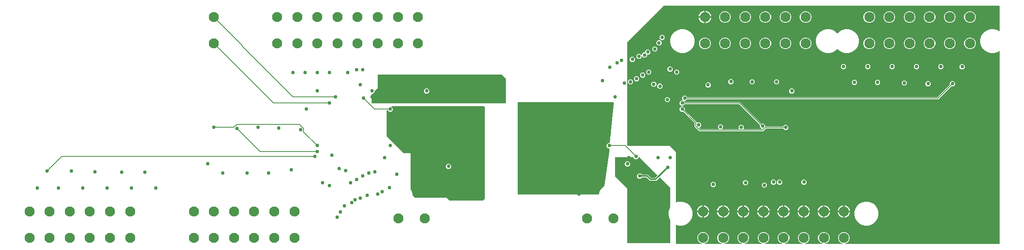
<source format=gbr>
G04 EAGLE Gerber RS-274X export*
G75*
%MOMM*%
%FSLAX34Y34*%
%LPD*%
%INPCBWay Copper Layer 1*%
%IPPOS*%
%AMOC8*
5,1,8,0,0,1.08239X$1,22.5*%
G01*
%ADD10C,2.100000*%
%ADD11C,0.756400*%
%ADD12C,0.152400*%
%ADD13C,0.304800*%

G36*
X1475168Y10176D02*
X1475168Y10176D01*
X1475265Y10186D01*
X1475289Y10196D01*
X1475315Y10200D01*
X1475401Y10246D01*
X1475490Y10286D01*
X1475509Y10303D01*
X1475532Y10316D01*
X1475599Y10386D01*
X1475671Y10452D01*
X1475683Y10475D01*
X1475701Y10494D01*
X1475742Y10582D01*
X1475789Y10668D01*
X1475794Y10693D01*
X1475805Y10717D01*
X1475816Y10814D01*
X1475833Y10910D01*
X1475829Y10936D01*
X1475832Y10961D01*
X1475811Y11057D01*
X1475797Y11153D01*
X1475785Y11176D01*
X1475780Y11202D01*
X1475730Y11285D01*
X1475686Y11372D01*
X1475667Y11391D01*
X1475654Y11413D01*
X1475580Y11476D01*
X1475510Y11544D01*
X1475482Y11560D01*
X1475467Y11573D01*
X1475436Y11585D01*
X1475363Y11625D01*
X1471789Y13106D01*
X1468406Y16489D01*
X1466575Y20908D01*
X1466575Y25692D01*
X1468406Y30111D01*
X1471789Y33494D01*
X1476208Y35325D01*
X1480992Y35325D01*
X1485411Y33494D01*
X1488794Y30111D01*
X1490625Y25692D01*
X1490625Y20908D01*
X1488794Y16489D01*
X1485411Y13106D01*
X1481837Y11625D01*
X1481754Y11574D01*
X1481668Y11528D01*
X1481650Y11509D01*
X1481628Y11496D01*
X1481566Y11421D01*
X1481499Y11350D01*
X1481488Y11326D01*
X1481471Y11306D01*
X1481436Y11215D01*
X1481395Y11127D01*
X1481392Y11101D01*
X1481383Y11077D01*
X1481379Y10979D01*
X1481368Y10883D01*
X1481373Y10857D01*
X1481372Y10831D01*
X1481399Y10737D01*
X1481420Y10642D01*
X1481434Y10620D01*
X1481441Y10595D01*
X1481496Y10515D01*
X1481546Y10431D01*
X1481566Y10414D01*
X1481581Y10393D01*
X1481659Y10334D01*
X1481733Y10271D01*
X1481758Y10261D01*
X1481779Y10246D01*
X1481871Y10216D01*
X1481961Y10179D01*
X1481994Y10176D01*
X1482012Y10170D01*
X1482045Y10170D01*
X1482128Y10161D01*
X1517072Y10161D01*
X1517168Y10176D01*
X1517265Y10186D01*
X1517289Y10196D01*
X1517315Y10200D01*
X1517401Y10246D01*
X1517490Y10286D01*
X1517509Y10303D01*
X1517532Y10316D01*
X1517599Y10386D01*
X1517671Y10452D01*
X1517683Y10475D01*
X1517701Y10494D01*
X1517742Y10582D01*
X1517789Y10668D01*
X1517794Y10693D01*
X1517805Y10717D01*
X1517816Y10814D01*
X1517833Y10910D01*
X1517829Y10936D01*
X1517832Y10961D01*
X1517811Y11057D01*
X1517797Y11153D01*
X1517785Y11176D01*
X1517780Y11202D01*
X1517730Y11285D01*
X1517686Y11372D01*
X1517667Y11391D01*
X1517654Y11413D01*
X1517580Y11476D01*
X1517510Y11544D01*
X1517482Y11560D01*
X1517467Y11573D01*
X1517436Y11585D01*
X1517363Y11625D01*
X1513789Y13106D01*
X1510406Y16489D01*
X1508575Y20908D01*
X1508575Y25692D01*
X1510406Y30111D01*
X1513789Y33494D01*
X1518208Y35325D01*
X1522992Y35325D01*
X1527411Y33494D01*
X1530794Y30111D01*
X1532625Y25692D01*
X1532625Y20908D01*
X1530794Y16489D01*
X1527411Y13106D01*
X1523837Y11625D01*
X1523754Y11574D01*
X1523668Y11528D01*
X1523650Y11509D01*
X1523628Y11496D01*
X1523566Y11421D01*
X1523499Y11350D01*
X1523488Y11326D01*
X1523471Y11306D01*
X1523436Y11215D01*
X1523395Y11127D01*
X1523392Y11101D01*
X1523383Y11077D01*
X1523379Y10979D01*
X1523368Y10883D01*
X1523373Y10857D01*
X1523372Y10831D01*
X1523399Y10737D01*
X1523420Y10642D01*
X1523434Y10620D01*
X1523441Y10595D01*
X1523496Y10515D01*
X1523546Y10431D01*
X1523566Y10414D01*
X1523581Y10393D01*
X1523659Y10334D01*
X1523733Y10271D01*
X1523758Y10261D01*
X1523779Y10246D01*
X1523871Y10216D01*
X1523961Y10179D01*
X1523994Y10176D01*
X1524012Y10170D01*
X1524045Y10170D01*
X1524128Y10161D01*
X1559072Y10161D01*
X1559168Y10176D01*
X1559265Y10186D01*
X1559289Y10196D01*
X1559315Y10200D01*
X1559401Y10246D01*
X1559490Y10286D01*
X1559509Y10303D01*
X1559532Y10316D01*
X1559599Y10386D01*
X1559671Y10452D01*
X1559683Y10475D01*
X1559701Y10494D01*
X1559742Y10582D01*
X1559789Y10668D01*
X1559794Y10693D01*
X1559805Y10717D01*
X1559816Y10814D01*
X1559833Y10910D01*
X1559829Y10936D01*
X1559832Y10961D01*
X1559811Y11057D01*
X1559797Y11153D01*
X1559785Y11176D01*
X1559780Y11202D01*
X1559730Y11285D01*
X1559686Y11372D01*
X1559667Y11391D01*
X1559654Y11413D01*
X1559580Y11476D01*
X1559510Y11544D01*
X1559482Y11560D01*
X1559467Y11573D01*
X1559436Y11585D01*
X1559363Y11625D01*
X1555789Y13106D01*
X1552406Y16489D01*
X1550575Y20908D01*
X1550575Y25692D01*
X1552406Y30111D01*
X1555789Y33494D01*
X1560208Y35325D01*
X1564992Y35325D01*
X1569411Y33494D01*
X1572794Y30111D01*
X1574625Y25692D01*
X1574625Y20908D01*
X1572794Y16489D01*
X1569411Y13106D01*
X1565837Y11625D01*
X1565754Y11574D01*
X1565668Y11528D01*
X1565650Y11509D01*
X1565628Y11496D01*
X1565566Y11421D01*
X1565499Y11350D01*
X1565488Y11326D01*
X1565471Y11306D01*
X1565436Y11215D01*
X1565395Y11127D01*
X1565392Y11101D01*
X1565383Y11077D01*
X1565379Y10979D01*
X1565368Y10883D01*
X1565373Y10857D01*
X1565372Y10831D01*
X1565399Y10737D01*
X1565420Y10642D01*
X1565434Y10620D01*
X1565441Y10595D01*
X1565496Y10515D01*
X1565546Y10431D01*
X1565566Y10414D01*
X1565581Y10393D01*
X1565659Y10334D01*
X1565733Y10271D01*
X1565758Y10261D01*
X1565779Y10246D01*
X1565871Y10216D01*
X1565961Y10179D01*
X1565994Y10176D01*
X1566012Y10170D01*
X1566045Y10170D01*
X1566128Y10161D01*
X1601072Y10161D01*
X1601168Y10176D01*
X1601265Y10186D01*
X1601289Y10196D01*
X1601315Y10200D01*
X1601401Y10246D01*
X1601490Y10286D01*
X1601509Y10303D01*
X1601532Y10316D01*
X1601599Y10386D01*
X1601671Y10452D01*
X1601683Y10475D01*
X1601701Y10494D01*
X1601742Y10582D01*
X1601789Y10668D01*
X1601794Y10693D01*
X1601805Y10717D01*
X1601816Y10814D01*
X1601833Y10910D01*
X1601829Y10936D01*
X1601832Y10961D01*
X1601811Y11057D01*
X1601797Y11153D01*
X1601785Y11176D01*
X1601780Y11202D01*
X1601730Y11285D01*
X1601686Y11372D01*
X1601667Y11391D01*
X1601654Y11413D01*
X1601580Y11476D01*
X1601510Y11544D01*
X1601482Y11560D01*
X1601467Y11573D01*
X1601436Y11585D01*
X1601363Y11625D01*
X1597789Y13106D01*
X1594406Y16489D01*
X1592575Y20908D01*
X1592575Y25692D01*
X1594406Y30111D01*
X1597789Y33494D01*
X1602208Y35325D01*
X1606992Y35325D01*
X1611411Y33494D01*
X1614794Y30111D01*
X1616625Y25692D01*
X1616625Y20908D01*
X1614794Y16489D01*
X1611411Y13106D01*
X1607837Y11625D01*
X1607754Y11574D01*
X1607668Y11528D01*
X1607650Y11509D01*
X1607628Y11496D01*
X1607566Y11421D01*
X1607499Y11350D01*
X1607488Y11326D01*
X1607471Y11306D01*
X1607436Y11215D01*
X1607395Y11127D01*
X1607392Y11101D01*
X1607383Y11077D01*
X1607379Y10979D01*
X1607368Y10883D01*
X1607373Y10857D01*
X1607372Y10831D01*
X1607399Y10737D01*
X1607420Y10642D01*
X1607434Y10620D01*
X1607441Y10595D01*
X1607496Y10515D01*
X1607546Y10431D01*
X1607566Y10414D01*
X1607581Y10393D01*
X1607659Y10334D01*
X1607733Y10271D01*
X1607758Y10261D01*
X1607779Y10246D01*
X1607871Y10216D01*
X1607961Y10179D01*
X1607994Y10176D01*
X1608012Y10170D01*
X1608045Y10170D01*
X1608128Y10161D01*
X1643072Y10161D01*
X1643168Y10176D01*
X1643265Y10186D01*
X1643289Y10196D01*
X1643315Y10200D01*
X1643401Y10246D01*
X1643490Y10286D01*
X1643509Y10303D01*
X1643532Y10316D01*
X1643599Y10386D01*
X1643671Y10452D01*
X1643683Y10475D01*
X1643701Y10494D01*
X1643742Y10582D01*
X1643789Y10668D01*
X1643794Y10693D01*
X1643805Y10717D01*
X1643816Y10814D01*
X1643833Y10910D01*
X1643829Y10936D01*
X1643832Y10961D01*
X1643811Y11057D01*
X1643797Y11153D01*
X1643785Y11176D01*
X1643780Y11202D01*
X1643730Y11285D01*
X1643686Y11372D01*
X1643667Y11391D01*
X1643654Y11413D01*
X1643580Y11476D01*
X1643510Y11544D01*
X1643482Y11560D01*
X1643467Y11573D01*
X1643436Y11585D01*
X1643363Y11625D01*
X1639789Y13106D01*
X1636406Y16489D01*
X1634575Y20908D01*
X1634575Y25692D01*
X1636406Y30111D01*
X1639789Y33494D01*
X1644208Y35325D01*
X1648992Y35325D01*
X1653411Y33494D01*
X1656794Y30111D01*
X1658625Y25692D01*
X1658625Y20908D01*
X1656794Y16489D01*
X1653411Y13106D01*
X1649837Y11625D01*
X1649754Y11574D01*
X1649668Y11528D01*
X1649650Y11509D01*
X1649628Y11496D01*
X1649566Y11421D01*
X1649499Y11350D01*
X1649488Y11326D01*
X1649471Y11306D01*
X1649436Y11215D01*
X1649395Y11127D01*
X1649392Y11101D01*
X1649383Y11077D01*
X1649379Y10979D01*
X1649368Y10883D01*
X1649373Y10857D01*
X1649372Y10831D01*
X1649399Y10737D01*
X1649420Y10642D01*
X1649434Y10620D01*
X1649441Y10595D01*
X1649496Y10515D01*
X1649546Y10431D01*
X1649566Y10414D01*
X1649581Y10393D01*
X1649659Y10334D01*
X1649733Y10271D01*
X1649758Y10261D01*
X1649779Y10246D01*
X1649871Y10216D01*
X1649961Y10179D01*
X1649994Y10176D01*
X1650012Y10170D01*
X1650045Y10170D01*
X1650128Y10161D01*
X1685072Y10161D01*
X1685168Y10176D01*
X1685265Y10186D01*
X1685289Y10196D01*
X1685315Y10200D01*
X1685401Y10246D01*
X1685490Y10286D01*
X1685509Y10303D01*
X1685532Y10316D01*
X1685599Y10386D01*
X1685671Y10452D01*
X1685683Y10475D01*
X1685701Y10494D01*
X1685742Y10582D01*
X1685789Y10668D01*
X1685794Y10693D01*
X1685805Y10717D01*
X1685816Y10814D01*
X1685833Y10910D01*
X1685829Y10936D01*
X1685832Y10961D01*
X1685811Y11057D01*
X1685797Y11153D01*
X1685785Y11176D01*
X1685780Y11202D01*
X1685730Y11285D01*
X1685686Y11372D01*
X1685667Y11391D01*
X1685654Y11413D01*
X1685580Y11476D01*
X1685510Y11544D01*
X1685482Y11560D01*
X1685467Y11573D01*
X1685436Y11585D01*
X1685363Y11625D01*
X1681789Y13106D01*
X1678406Y16489D01*
X1676575Y20908D01*
X1676575Y25692D01*
X1678406Y30111D01*
X1681789Y33494D01*
X1686208Y35325D01*
X1690992Y35325D01*
X1695411Y33494D01*
X1698794Y30111D01*
X1700625Y25692D01*
X1700625Y20908D01*
X1698794Y16489D01*
X1695411Y13106D01*
X1691837Y11625D01*
X1691754Y11574D01*
X1691668Y11528D01*
X1691650Y11509D01*
X1691628Y11496D01*
X1691566Y11421D01*
X1691499Y11350D01*
X1691488Y11326D01*
X1691471Y11306D01*
X1691436Y11215D01*
X1691395Y11127D01*
X1691392Y11101D01*
X1691383Y11077D01*
X1691379Y10979D01*
X1691368Y10883D01*
X1691373Y10857D01*
X1691372Y10831D01*
X1691399Y10737D01*
X1691420Y10642D01*
X1691434Y10620D01*
X1691441Y10595D01*
X1691496Y10515D01*
X1691546Y10431D01*
X1691566Y10414D01*
X1691581Y10393D01*
X1691659Y10334D01*
X1691733Y10271D01*
X1691758Y10261D01*
X1691779Y10246D01*
X1691871Y10216D01*
X1691961Y10179D01*
X1691994Y10176D01*
X1692012Y10170D01*
X1692045Y10170D01*
X1692128Y10161D01*
X1727072Y10161D01*
X1727168Y10176D01*
X1727265Y10186D01*
X1727289Y10196D01*
X1727315Y10200D01*
X1727401Y10246D01*
X1727490Y10286D01*
X1727509Y10303D01*
X1727532Y10316D01*
X1727599Y10386D01*
X1727671Y10452D01*
X1727683Y10475D01*
X1727701Y10494D01*
X1727742Y10582D01*
X1727789Y10668D01*
X1727794Y10693D01*
X1727805Y10717D01*
X1727816Y10814D01*
X1727833Y10910D01*
X1727829Y10936D01*
X1727832Y10961D01*
X1727811Y11057D01*
X1727797Y11153D01*
X1727785Y11176D01*
X1727780Y11202D01*
X1727730Y11285D01*
X1727686Y11372D01*
X1727667Y11391D01*
X1727654Y11413D01*
X1727580Y11476D01*
X1727510Y11544D01*
X1727482Y11560D01*
X1727467Y11573D01*
X1727436Y11585D01*
X1727363Y11625D01*
X1723789Y13106D01*
X1720406Y16489D01*
X1718575Y20908D01*
X1718575Y25692D01*
X1720406Y30111D01*
X1723789Y33494D01*
X1728208Y35325D01*
X1732992Y35325D01*
X1737411Y33494D01*
X1740794Y30111D01*
X1742625Y25692D01*
X1742625Y20908D01*
X1740794Y16489D01*
X1737411Y13106D01*
X1733837Y11625D01*
X1733754Y11574D01*
X1733668Y11528D01*
X1733650Y11509D01*
X1733628Y11496D01*
X1733566Y11421D01*
X1733499Y11350D01*
X1733488Y11326D01*
X1733471Y11306D01*
X1733436Y11215D01*
X1733395Y11127D01*
X1733392Y11101D01*
X1733383Y11077D01*
X1733379Y10979D01*
X1733368Y10883D01*
X1733373Y10857D01*
X1733372Y10831D01*
X1733399Y10737D01*
X1733420Y10642D01*
X1733434Y10620D01*
X1733441Y10595D01*
X1733496Y10515D01*
X1733546Y10431D01*
X1733566Y10414D01*
X1733581Y10393D01*
X1733659Y10334D01*
X1733733Y10271D01*
X1733758Y10261D01*
X1733779Y10246D01*
X1733871Y10216D01*
X1733961Y10179D01*
X1733994Y10176D01*
X1734012Y10170D01*
X1734045Y10170D01*
X1734128Y10161D01*
X1769072Y10161D01*
X1769168Y10176D01*
X1769265Y10186D01*
X1769289Y10196D01*
X1769315Y10200D01*
X1769401Y10246D01*
X1769490Y10286D01*
X1769509Y10303D01*
X1769532Y10316D01*
X1769599Y10386D01*
X1769671Y10452D01*
X1769683Y10475D01*
X1769701Y10494D01*
X1769742Y10582D01*
X1769789Y10668D01*
X1769794Y10693D01*
X1769805Y10717D01*
X1769816Y10814D01*
X1769833Y10910D01*
X1769829Y10936D01*
X1769832Y10961D01*
X1769811Y11057D01*
X1769797Y11153D01*
X1769785Y11176D01*
X1769780Y11202D01*
X1769730Y11285D01*
X1769686Y11372D01*
X1769667Y11391D01*
X1769654Y11413D01*
X1769580Y11476D01*
X1769510Y11544D01*
X1769482Y11560D01*
X1769467Y11573D01*
X1769436Y11585D01*
X1769363Y11625D01*
X1765789Y13106D01*
X1762406Y16489D01*
X1760575Y20908D01*
X1760575Y25692D01*
X1762406Y30111D01*
X1765789Y33494D01*
X1770208Y35325D01*
X1774992Y35325D01*
X1779411Y33494D01*
X1782794Y30111D01*
X1784625Y25692D01*
X1784625Y20908D01*
X1782794Y16489D01*
X1779411Y13106D01*
X1775837Y11625D01*
X1775754Y11574D01*
X1775668Y11528D01*
X1775650Y11509D01*
X1775628Y11496D01*
X1775566Y11421D01*
X1775499Y11350D01*
X1775488Y11326D01*
X1775471Y11306D01*
X1775436Y11215D01*
X1775395Y11127D01*
X1775392Y11101D01*
X1775383Y11077D01*
X1775379Y10979D01*
X1775368Y10883D01*
X1775373Y10857D01*
X1775372Y10831D01*
X1775399Y10737D01*
X1775420Y10642D01*
X1775434Y10620D01*
X1775441Y10595D01*
X1775496Y10515D01*
X1775546Y10431D01*
X1775566Y10414D01*
X1775581Y10393D01*
X1775659Y10334D01*
X1775733Y10271D01*
X1775758Y10261D01*
X1775779Y10246D01*
X1775871Y10216D01*
X1775961Y10179D01*
X1775994Y10176D01*
X1776012Y10170D01*
X1776045Y10170D01*
X1776128Y10161D01*
X2097078Y10161D01*
X2097098Y10164D01*
X2097117Y10162D01*
X2097219Y10184D01*
X2097321Y10200D01*
X2097338Y10210D01*
X2097358Y10214D01*
X2097447Y10267D01*
X2097538Y10316D01*
X2097552Y10330D01*
X2097569Y10340D01*
X2097636Y10419D01*
X2097708Y10494D01*
X2097716Y10512D01*
X2097729Y10527D01*
X2097768Y10623D01*
X2097811Y10717D01*
X2097813Y10737D01*
X2097821Y10755D01*
X2097839Y10922D01*
X2097839Y412842D01*
X2097824Y412936D01*
X2097815Y413031D01*
X2097804Y413057D01*
X2097800Y413085D01*
X2097755Y413169D01*
X2097717Y413257D01*
X2097698Y413277D01*
X2097684Y413302D01*
X2097615Y413368D01*
X2097551Y413439D01*
X2097527Y413452D01*
X2097506Y413472D01*
X2097420Y413512D01*
X2097336Y413558D01*
X2097309Y413563D01*
X2097283Y413575D01*
X2097188Y413586D01*
X2097095Y413603D01*
X2097067Y413599D01*
X2097039Y413602D01*
X2096945Y413582D01*
X2096851Y413569D01*
X2096819Y413555D01*
X2096798Y413550D01*
X2096770Y413533D01*
X2096697Y413501D01*
X2092112Y410854D01*
X2085712Y409139D01*
X2079088Y409139D01*
X2072688Y410854D01*
X2066951Y414166D01*
X2062266Y418851D01*
X2058954Y424588D01*
X2057239Y430988D01*
X2057239Y437612D01*
X2058954Y444012D01*
X2062266Y449749D01*
X2066951Y454434D01*
X2072688Y457746D01*
X2079088Y459461D01*
X2085712Y459461D01*
X2092112Y457746D01*
X2096697Y455099D01*
X2096786Y455065D01*
X2096873Y455025D01*
X2096901Y455022D01*
X2096927Y455012D01*
X2097023Y455008D01*
X2097117Y454998D01*
X2097145Y455004D01*
X2097173Y455002D01*
X2097265Y455030D01*
X2097358Y455050D01*
X2097382Y455064D01*
X2097409Y455072D01*
X2097487Y455127D01*
X2097569Y455176D01*
X2097587Y455197D01*
X2097610Y455214D01*
X2097667Y455290D01*
X2097729Y455363D01*
X2097739Y455389D01*
X2097756Y455412D01*
X2097785Y455502D01*
X2097821Y455591D01*
X2097825Y455626D01*
X2097831Y455646D01*
X2097831Y455679D01*
X2097839Y455758D01*
X2097839Y507078D01*
X2097836Y507098D01*
X2097838Y507117D01*
X2097816Y507219D01*
X2097800Y507321D01*
X2097790Y507338D01*
X2097786Y507358D01*
X2097733Y507447D01*
X2097684Y507538D01*
X2097670Y507552D01*
X2097660Y507569D01*
X2097581Y507636D01*
X2097506Y507708D01*
X2097488Y507716D01*
X2097473Y507729D01*
X2097377Y507768D01*
X2097283Y507811D01*
X2097263Y507813D01*
X2097245Y507821D01*
X2097078Y507839D01*
X1396078Y507839D01*
X1395988Y507825D01*
X1395897Y507817D01*
X1395867Y507805D01*
X1395835Y507800D01*
X1395755Y507757D01*
X1395671Y507721D01*
X1395639Y507695D01*
X1395618Y507684D01*
X1395596Y507661D01*
X1395540Y507616D01*
X1320262Y432338D01*
X1320209Y432264D01*
X1320149Y432195D01*
X1320137Y432165D01*
X1320118Y432139D01*
X1320091Y432052D01*
X1320057Y431967D01*
X1320053Y431926D01*
X1320046Y431903D01*
X1320047Y431871D01*
X1320039Y431800D01*
X1320039Y215900D01*
X1320042Y215880D01*
X1320040Y215861D01*
X1320062Y215759D01*
X1320079Y215657D01*
X1320088Y215640D01*
X1320092Y215620D01*
X1320145Y215531D01*
X1320194Y215440D01*
X1320208Y215426D01*
X1320218Y215409D01*
X1320297Y215342D01*
X1320372Y215271D01*
X1320390Y215262D01*
X1320405Y215249D01*
X1320501Y215210D01*
X1320595Y215167D01*
X1320615Y215165D01*
X1320633Y215157D01*
X1320800Y215139D01*
X1409385Y215139D01*
X1421639Y202885D01*
X1421639Y98071D01*
X1421658Y97954D01*
X1421676Y97836D01*
X1421678Y97833D01*
X1421679Y97829D01*
X1421734Y97723D01*
X1421789Y97618D01*
X1421792Y97615D01*
X1421794Y97611D01*
X1421880Y97529D01*
X1421965Y97446D01*
X1421969Y97445D01*
X1421972Y97442D01*
X1422080Y97392D01*
X1422187Y97340D01*
X1422191Y97340D01*
X1422195Y97338D01*
X1422312Y97325D01*
X1422431Y97311D01*
X1422436Y97311D01*
X1422439Y97311D01*
X1422453Y97314D01*
X1422597Y97336D01*
X1428288Y98861D01*
X1434912Y98861D01*
X1441312Y97146D01*
X1447049Y93834D01*
X1451734Y89149D01*
X1455046Y83412D01*
X1456761Y77012D01*
X1456761Y70388D01*
X1455046Y63988D01*
X1451734Y58251D01*
X1447049Y53566D01*
X1441312Y50254D01*
X1434912Y48539D01*
X1428288Y48539D01*
X1422597Y50064D01*
X1422478Y50076D01*
X1422361Y50089D01*
X1422356Y50088D01*
X1422352Y50088D01*
X1422237Y50062D01*
X1422120Y50037D01*
X1422117Y50035D01*
X1422113Y50034D01*
X1422011Y49971D01*
X1421909Y49910D01*
X1421906Y49907D01*
X1421903Y49905D01*
X1421826Y49814D01*
X1421749Y49724D01*
X1421748Y49720D01*
X1421745Y49716D01*
X1421702Y49607D01*
X1421657Y49495D01*
X1421657Y49490D01*
X1421655Y49487D01*
X1421655Y49474D01*
X1421639Y49329D01*
X1421639Y10922D01*
X1421642Y10902D01*
X1421640Y10883D01*
X1421662Y10781D01*
X1421679Y10679D01*
X1421688Y10662D01*
X1421692Y10642D01*
X1421745Y10553D01*
X1421794Y10462D01*
X1421808Y10448D01*
X1421818Y10431D01*
X1421897Y10364D01*
X1421972Y10292D01*
X1421990Y10284D01*
X1422005Y10271D01*
X1422101Y10232D01*
X1422195Y10189D01*
X1422215Y10187D01*
X1422233Y10179D01*
X1422400Y10161D01*
X1475072Y10161D01*
X1475168Y10176D01*
G37*
G36*
X1260775Y113546D02*
X1260775Y113546D01*
X1260819Y113544D01*
X1260896Y113566D01*
X1260975Y113579D01*
X1261013Y113599D01*
X1261055Y113611D01*
X1261121Y113656D01*
X1261192Y113694D01*
X1261222Y113725D01*
X1261258Y113750D01*
X1261306Y113814D01*
X1261361Y113872D01*
X1261380Y113912D01*
X1261406Y113947D01*
X1261459Y114083D01*
X1261465Y114095D01*
X1261465Y114098D01*
X1261467Y114103D01*
X1263104Y120212D01*
X1266416Y125949D01*
X1271101Y130634D01*
X1272962Y131708D01*
X1272972Y131716D01*
X1272985Y131722D01*
X1273067Y131794D01*
X1273152Y131864D01*
X1273159Y131875D01*
X1273169Y131884D01*
X1273224Y131979D01*
X1273283Y132072D01*
X1273286Y132085D01*
X1273293Y132097D01*
X1273335Y132259D01*
X1283454Y203092D01*
X1283453Y203125D01*
X1283461Y203200D01*
X1283461Y209832D01*
X1283458Y209852D01*
X1283460Y209871D01*
X1283438Y209973D01*
X1283422Y210075D01*
X1283412Y210092D01*
X1283408Y210112D01*
X1283355Y210201D01*
X1283306Y210292D01*
X1283292Y210306D01*
X1283282Y210323D01*
X1283203Y210390D01*
X1283128Y210462D01*
X1283110Y210470D01*
X1283095Y210483D01*
X1282999Y210522D01*
X1282905Y210565D01*
X1282885Y210567D01*
X1282867Y210575D01*
X1282700Y210593D01*
X1280502Y210593D01*
X1277393Y213702D01*
X1277393Y218098D01*
X1280502Y221207D01*
X1283537Y221207D01*
X1283641Y221224D01*
X1283747Y221236D01*
X1283763Y221244D01*
X1283780Y221246D01*
X1283873Y221296D01*
X1283969Y221341D01*
X1283982Y221353D01*
X1283997Y221362D01*
X1284070Y221438D01*
X1284146Y221512D01*
X1284154Y221527D01*
X1284166Y221540D01*
X1284211Y221636D01*
X1284260Y221730D01*
X1284264Y221751D01*
X1284270Y221763D01*
X1284273Y221794D01*
X1284295Y221894D01*
X1292348Y304726D01*
X1292347Y304731D01*
X1292349Y304736D01*
X1292339Y304852D01*
X1292332Y304972D01*
X1292330Y304976D01*
X1292329Y304981D01*
X1292284Y305089D01*
X1292238Y305199D01*
X1292235Y305203D01*
X1292233Y305207D01*
X1292128Y305338D01*
X1290858Y306608D01*
X1290784Y306661D01*
X1290715Y306721D01*
X1290685Y306733D01*
X1290659Y306752D01*
X1290572Y306779D01*
X1290487Y306813D01*
X1290446Y306817D01*
X1290423Y306824D01*
X1290391Y306823D01*
X1290320Y306831D01*
X1093470Y306831D01*
X1093380Y306817D01*
X1093289Y306809D01*
X1093259Y306797D01*
X1093227Y306792D01*
X1093147Y306749D01*
X1093063Y306713D01*
X1093031Y306687D01*
X1093010Y306676D01*
X1092988Y306653D01*
X1092932Y306608D01*
X1091662Y305338D01*
X1091609Y305264D01*
X1091549Y305195D01*
X1091537Y305165D01*
X1091518Y305139D01*
X1091491Y305052D01*
X1091457Y304967D01*
X1091453Y304926D01*
X1091446Y304903D01*
X1091447Y304871D01*
X1091439Y304800D01*
X1091439Y114300D01*
X1091442Y114280D01*
X1091440Y114261D01*
X1091462Y114159D01*
X1091479Y114057D01*
X1091488Y114040D01*
X1091492Y114020D01*
X1091545Y113931D01*
X1091594Y113840D01*
X1091608Y113826D01*
X1091618Y113809D01*
X1091697Y113742D01*
X1091772Y113671D01*
X1091790Y113662D01*
X1091805Y113649D01*
X1091901Y113610D01*
X1091995Y113567D01*
X1092015Y113565D01*
X1092033Y113557D01*
X1092200Y113539D01*
X1260732Y113539D01*
X1260775Y113546D01*
G37*
G36*
X1018630Y100854D02*
X1018630Y100854D01*
X1018721Y100861D01*
X1018751Y100873D01*
X1018783Y100879D01*
X1018863Y100921D01*
X1018947Y100957D01*
X1018979Y100983D01*
X1019000Y100994D01*
X1019022Y101017D01*
X1019078Y101062D01*
X1022888Y104872D01*
X1022931Y104931D01*
X1022976Y104978D01*
X1022983Y104995D01*
X1023001Y105015D01*
X1023013Y105045D01*
X1023032Y105071D01*
X1023057Y105153D01*
X1023079Y105201D01*
X1023081Y105213D01*
X1023093Y105243D01*
X1023097Y105284D01*
X1023104Y105307D01*
X1023103Y105339D01*
X1023111Y105410D01*
X1023111Y295910D01*
X1023097Y296000D01*
X1023089Y296091D01*
X1023077Y296121D01*
X1023072Y296153D01*
X1023029Y296233D01*
X1022993Y296317D01*
X1022967Y296349D01*
X1022956Y296370D01*
X1022933Y296392D01*
X1022888Y296448D01*
X1021618Y297718D01*
X1021544Y297771D01*
X1021475Y297831D01*
X1021445Y297843D01*
X1021419Y297862D01*
X1021332Y297889D01*
X1021247Y297923D01*
X1021206Y297927D01*
X1021183Y297934D01*
X1021151Y297933D01*
X1021080Y297941D01*
X829001Y297941D01*
X828931Y297930D01*
X828859Y297928D01*
X828810Y297910D01*
X828759Y297902D01*
X828695Y297868D01*
X828628Y297843D01*
X828587Y297811D01*
X828541Y297786D01*
X828492Y297735D01*
X828436Y297690D01*
X828408Y297646D01*
X828372Y297608D01*
X828342Y297543D01*
X828303Y297483D01*
X828290Y297432D01*
X828268Y297385D01*
X828260Y297314D01*
X828243Y297244D01*
X828247Y297192D01*
X828241Y297141D01*
X828256Y297070D01*
X828262Y296999D01*
X828282Y296951D01*
X828293Y296900D01*
X828330Y296839D01*
X828358Y296773D01*
X828403Y296717D01*
X828420Y296689D01*
X828437Y296674D01*
X828463Y296642D01*
X830807Y294298D01*
X830807Y289902D01*
X827698Y286793D01*
X823302Y286793D01*
X820505Y289590D01*
X820431Y289643D01*
X820361Y289703D01*
X820331Y289715D01*
X820305Y289734D01*
X820218Y289761D01*
X820133Y289795D01*
X820092Y289799D01*
X820070Y289806D01*
X820038Y289805D01*
X819967Y289813D01*
X819150Y289813D01*
X819130Y289810D01*
X819111Y289812D01*
X819009Y289790D01*
X818907Y289774D01*
X818890Y289764D01*
X818870Y289760D01*
X818781Y289707D01*
X818690Y289658D01*
X818676Y289644D01*
X818659Y289634D01*
X818592Y289555D01*
X818521Y289480D01*
X818512Y289462D01*
X818499Y289447D01*
X818460Y289351D01*
X818417Y289257D01*
X818415Y289237D01*
X818407Y289219D01*
X818389Y289052D01*
X818389Y236220D01*
X818404Y236130D01*
X818411Y236039D01*
X818423Y236009D01*
X818429Y235977D01*
X818471Y235897D01*
X818507Y235813D01*
X818533Y235781D01*
X818544Y235760D01*
X818567Y235738D01*
X818612Y235682D01*
X854172Y200122D01*
X854246Y200069D01*
X854315Y200009D01*
X854345Y199997D01*
X854371Y199978D01*
X854458Y199951D01*
X854543Y199917D01*
X854584Y199913D01*
X854607Y199906D01*
X854639Y199907D01*
X854710Y199899D01*
X868121Y199899D01*
X868089Y199854D01*
X868029Y199785D01*
X868017Y199755D01*
X867998Y199729D01*
X867971Y199642D01*
X867937Y199557D01*
X867933Y199516D01*
X867926Y199493D01*
X867927Y199461D01*
X867919Y199390D01*
X867919Y124880D01*
X867937Y124767D01*
X867953Y124653D01*
X867957Y124643D01*
X867959Y124637D01*
X867969Y124617D01*
X868021Y124499D01*
X870496Y120212D01*
X872211Y113812D01*
X872211Y112548D01*
X872225Y112458D01*
X872233Y112367D01*
X872245Y112337D01*
X872250Y112305D01*
X872293Y112225D01*
X872329Y112141D01*
X872355Y112109D01*
X872366Y112088D01*
X872389Y112066D01*
X872434Y112010D01*
X877032Y107412D01*
X877106Y107359D01*
X877175Y107299D01*
X877205Y107287D01*
X877231Y107268D01*
X877319Y107241D01*
X877403Y107207D01*
X877444Y107203D01*
X877467Y107196D01*
X877499Y107197D01*
X877570Y107189D01*
X943295Y107189D01*
X949422Y101062D01*
X949496Y101009D01*
X949565Y100949D01*
X949595Y100937D01*
X949621Y100918D01*
X949708Y100891D01*
X949793Y100857D01*
X949834Y100853D01*
X949857Y100846D01*
X949889Y100847D01*
X949960Y100839D01*
X1018540Y100839D01*
X1018630Y100854D01*
G37*
G36*
X1066820Y304042D02*
X1066820Y304042D01*
X1066839Y304040D01*
X1066941Y304062D01*
X1067043Y304079D01*
X1067060Y304088D01*
X1067080Y304092D01*
X1067169Y304145D01*
X1067260Y304194D01*
X1067274Y304208D01*
X1067291Y304218D01*
X1067358Y304297D01*
X1067430Y304372D01*
X1067438Y304390D01*
X1067451Y304405D01*
X1067490Y304501D01*
X1067533Y304595D01*
X1067535Y304615D01*
X1067543Y304633D01*
X1067561Y304800D01*
X1067561Y355600D01*
X1067547Y355690D01*
X1067539Y355781D01*
X1067527Y355811D01*
X1067522Y355843D01*
X1067479Y355923D01*
X1067443Y356007D01*
X1067417Y356039D01*
X1067406Y356060D01*
X1067383Y356082D01*
X1067338Y356138D01*
X1059718Y363758D01*
X1059644Y363811D01*
X1059575Y363871D01*
X1059545Y363883D01*
X1059519Y363902D01*
X1059432Y363929D01*
X1059347Y363963D01*
X1059306Y363967D01*
X1059283Y363974D01*
X1059251Y363973D01*
X1059180Y363981D01*
X800100Y363981D01*
X800080Y363978D01*
X800061Y363980D01*
X799959Y363958D01*
X799857Y363942D01*
X799840Y363932D01*
X799820Y363928D01*
X799731Y363875D01*
X799640Y363826D01*
X799626Y363812D01*
X799609Y363802D01*
X799542Y363723D01*
X799471Y363648D01*
X799462Y363630D01*
X799449Y363615D01*
X799410Y363519D01*
X799367Y363425D01*
X799365Y363405D01*
X799357Y363387D01*
X799339Y363220D01*
X799339Y335595D01*
X792930Y329186D01*
X792877Y329112D01*
X792817Y329043D01*
X792805Y329013D01*
X792786Y328987D01*
X792759Y328900D01*
X792725Y328815D01*
X792721Y328774D01*
X792714Y328751D01*
X792715Y328719D01*
X792707Y328648D01*
X792707Y328002D01*
X789598Y324893D01*
X788952Y324893D01*
X788862Y324879D01*
X788771Y324871D01*
X788741Y324859D01*
X788709Y324854D01*
X788629Y324811D01*
X788545Y324775D01*
X788513Y324749D01*
X788492Y324738D01*
X788470Y324715D01*
X788414Y324670D01*
X786862Y323118D01*
X786809Y323044D01*
X786749Y322975D01*
X786737Y322945D01*
X786718Y322919D01*
X786691Y322832D01*
X786657Y322747D01*
X786653Y322706D01*
X786646Y322683D01*
X786647Y322651D01*
X786639Y322580D01*
X786639Y304800D01*
X786642Y304780D01*
X786640Y304761D01*
X786662Y304659D01*
X786679Y304557D01*
X786688Y304540D01*
X786692Y304520D01*
X786745Y304431D01*
X786794Y304340D01*
X786808Y304326D01*
X786818Y304309D01*
X786897Y304242D01*
X786972Y304171D01*
X786990Y304162D01*
X787005Y304149D01*
X787101Y304110D01*
X787195Y304067D01*
X787215Y304065D01*
X787233Y304057D01*
X787400Y304039D01*
X1066800Y304039D01*
X1066820Y304042D01*
G37*
G36*
X1409720Y11942D02*
X1409720Y11942D01*
X1409739Y11940D01*
X1409841Y11962D01*
X1409943Y11979D01*
X1409960Y11988D01*
X1409980Y11992D01*
X1410069Y12045D01*
X1410160Y12094D01*
X1410174Y12108D01*
X1410191Y12118D01*
X1410258Y12197D01*
X1410330Y12272D01*
X1410338Y12290D01*
X1410351Y12305D01*
X1410390Y12401D01*
X1410433Y12495D01*
X1410435Y12515D01*
X1410443Y12533D01*
X1410461Y12700D01*
X1410461Y59788D01*
X1410443Y59901D01*
X1410427Y60015D01*
X1410423Y60024D01*
X1410422Y60031D01*
X1410411Y60050D01*
X1410359Y60169D01*
X1408154Y63988D01*
X1406439Y70388D01*
X1406439Y77012D01*
X1408154Y83412D01*
X1410359Y87231D01*
X1410400Y87338D01*
X1410443Y87445D01*
X1410444Y87455D01*
X1410446Y87462D01*
X1410447Y87484D01*
X1410461Y87612D01*
X1410461Y127000D01*
X1410447Y127090D01*
X1410439Y127181D01*
X1410427Y127211D01*
X1410422Y127243D01*
X1410379Y127323D01*
X1410343Y127407D01*
X1410317Y127439D01*
X1410306Y127460D01*
X1410283Y127482D01*
X1410238Y127538D01*
X1388802Y148974D01*
X1388786Y148986D01*
X1388774Y149001D01*
X1388686Y149058D01*
X1388603Y149118D01*
X1388584Y149124D01*
X1388567Y149134D01*
X1388466Y149160D01*
X1388368Y149190D01*
X1388348Y149190D01*
X1388328Y149194D01*
X1388225Y149186D01*
X1388122Y149184D01*
X1388103Y149177D01*
X1388083Y149175D01*
X1387988Y149135D01*
X1387891Y149099D01*
X1387875Y149087D01*
X1387857Y149079D01*
X1387726Y148974D01*
X1381273Y142521D01*
X1367508Y142521D01*
X1360901Y149128D01*
X1360827Y149181D01*
X1360758Y149241D01*
X1360727Y149253D01*
X1360701Y149272D01*
X1360614Y149299D01*
X1360529Y149333D01*
X1360488Y149337D01*
X1360466Y149344D01*
X1360434Y149343D01*
X1360363Y149351D01*
X1350971Y149351D01*
X1350881Y149337D01*
X1350790Y149329D01*
X1350761Y149317D01*
X1350729Y149312D01*
X1350648Y149269D01*
X1350564Y149233D01*
X1350532Y149207D01*
X1350511Y149196D01*
X1350489Y149173D01*
X1350433Y149128D01*
X1348398Y147093D01*
X1344002Y147093D01*
X1340893Y150202D01*
X1340893Y154598D01*
X1344002Y157707D01*
X1348398Y157707D01*
X1350433Y155672D01*
X1350507Y155619D01*
X1350577Y155559D01*
X1350607Y155547D01*
X1350633Y155528D01*
X1350720Y155501D01*
X1350805Y155467D01*
X1350846Y155463D01*
X1350868Y155456D01*
X1350900Y155457D01*
X1350971Y155449D01*
X1363204Y155449D01*
X1369811Y148842D01*
X1369885Y148789D01*
X1369954Y148729D01*
X1369984Y148717D01*
X1370011Y148698D01*
X1370097Y148671D01*
X1370182Y148637D01*
X1370223Y148633D01*
X1370246Y148626D01*
X1370278Y148627D01*
X1370349Y148619D01*
X1378432Y148619D01*
X1378522Y148633D01*
X1378613Y148641D01*
X1378643Y148653D01*
X1378675Y148658D01*
X1378755Y148701D01*
X1378839Y148737D01*
X1378871Y148763D01*
X1378892Y148774D01*
X1378914Y148797D01*
X1378970Y148842D01*
X1383414Y153286D01*
X1383426Y153302D01*
X1383441Y153314D01*
X1383498Y153402D01*
X1383558Y153486D01*
X1383564Y153504D01*
X1383574Y153521D01*
X1383600Y153622D01*
X1383630Y153721D01*
X1383630Y153741D01*
X1383634Y153760D01*
X1383626Y153863D01*
X1383624Y153967D01*
X1383617Y153985D01*
X1383615Y154005D01*
X1383575Y154100D01*
X1383539Y154198D01*
X1383527Y154213D01*
X1383519Y154231D01*
X1383414Y154362D01*
X1346738Y191038D01*
X1346664Y191091D01*
X1346595Y191151D01*
X1346565Y191163D01*
X1346539Y191182D01*
X1346452Y191209D01*
X1346367Y191243D01*
X1346326Y191247D01*
X1346303Y191254D01*
X1346271Y191253D01*
X1346200Y191261D01*
X1344621Y191261D01*
X1344531Y191247D01*
X1344440Y191239D01*
X1344411Y191227D01*
X1344379Y191222D01*
X1344298Y191179D01*
X1344214Y191143D01*
X1344182Y191117D01*
X1344161Y191106D01*
X1344139Y191083D01*
X1344083Y191038D01*
X1340778Y187733D01*
X1336382Y187733D01*
X1333077Y191038D01*
X1333003Y191091D01*
X1332933Y191151D01*
X1332903Y191163D01*
X1332877Y191182D01*
X1332790Y191209D01*
X1332705Y191243D01*
X1332664Y191247D01*
X1332642Y191254D01*
X1332610Y191253D01*
X1332539Y191261D01*
X1295400Y191261D01*
X1295380Y191258D01*
X1295361Y191260D01*
X1295259Y191238D01*
X1295157Y191222D01*
X1295140Y191212D01*
X1295120Y191208D01*
X1295031Y191155D01*
X1294940Y191106D01*
X1294926Y191092D01*
X1294909Y191082D01*
X1294842Y191003D01*
X1294771Y190928D01*
X1294762Y190910D01*
X1294749Y190895D01*
X1294710Y190799D01*
X1294667Y190705D01*
X1294665Y190685D01*
X1294657Y190667D01*
X1294639Y190500D01*
X1294639Y152400D01*
X1294654Y152310D01*
X1294661Y152219D01*
X1294673Y152189D01*
X1294679Y152157D01*
X1294721Y152077D01*
X1294757Y151993D01*
X1294783Y151961D01*
X1294794Y151940D01*
X1294817Y151918D01*
X1294862Y151862D01*
X1320039Y126685D01*
X1320039Y12700D01*
X1320042Y12680D01*
X1320040Y12661D01*
X1320062Y12559D01*
X1320079Y12457D01*
X1320088Y12440D01*
X1320092Y12420D01*
X1320145Y12331D01*
X1320194Y12240D01*
X1320208Y12226D01*
X1320218Y12209D01*
X1320297Y12142D01*
X1320372Y12071D01*
X1320390Y12062D01*
X1320405Y12049D01*
X1320501Y12010D01*
X1320595Y11967D01*
X1320615Y11965D01*
X1320633Y11957D01*
X1320800Y11939D01*
X1409700Y11939D01*
X1409720Y11942D01*
G37*
%LPC*%
G36*
X1471009Y245645D02*
X1471009Y245645D01*
X1461035Y255619D01*
X1461035Y262615D01*
X1461021Y262706D01*
X1461013Y262796D01*
X1461001Y262826D01*
X1460996Y262858D01*
X1460953Y262939D01*
X1460917Y263023D01*
X1460891Y263055D01*
X1460880Y263076D01*
X1460857Y263098D01*
X1460812Y263154D01*
X1437396Y286570D01*
X1437322Y286623D01*
X1437252Y286683D01*
X1437222Y286695D01*
X1437196Y286714D01*
X1437109Y286741D01*
X1437024Y286775D01*
X1436983Y286779D01*
X1436961Y286786D01*
X1436929Y286785D01*
X1436857Y286793D01*
X1432902Y286793D01*
X1429793Y289902D01*
X1429793Y294298D01*
X1432902Y297407D01*
X1437298Y297407D01*
X1440407Y294298D01*
X1440407Y290343D01*
X1440421Y290252D01*
X1440429Y290162D01*
X1440441Y290132D01*
X1440446Y290100D01*
X1440489Y290019D01*
X1440525Y289935D01*
X1440551Y289903D01*
X1440562Y289882D01*
X1440585Y289860D01*
X1440630Y289804D01*
X1465609Y264825D01*
X1465609Y264641D01*
X1465620Y264571D01*
X1465622Y264499D01*
X1465640Y264450D01*
X1465648Y264399D01*
X1465682Y264335D01*
X1465707Y264268D01*
X1465739Y264227D01*
X1465764Y264181D01*
X1465816Y264132D01*
X1465860Y264076D01*
X1465904Y264048D01*
X1465942Y264012D01*
X1466007Y263982D01*
X1466067Y263943D01*
X1466118Y263930D01*
X1466165Y263908D01*
X1466236Y263900D01*
X1466306Y263883D01*
X1466358Y263887D01*
X1466409Y263881D01*
X1466480Y263896D01*
X1466551Y263902D01*
X1466599Y263922D01*
X1466650Y263933D01*
X1466711Y263970D01*
X1466777Y263998D01*
X1466833Y264043D01*
X1466861Y264060D01*
X1466876Y264077D01*
X1466908Y264103D01*
X1467192Y264387D01*
X1471588Y264387D01*
X1474697Y261278D01*
X1474697Y256882D01*
X1471588Y253773D01*
X1471187Y253773D01*
X1471116Y253762D01*
X1471045Y253760D01*
X1470996Y253742D01*
X1470944Y253734D01*
X1470881Y253700D01*
X1470814Y253675D01*
X1470773Y253643D01*
X1470727Y253618D01*
X1470677Y253566D01*
X1470621Y253522D01*
X1470593Y253478D01*
X1470557Y253440D01*
X1470527Y253375D01*
X1470488Y253315D01*
X1470476Y253264D01*
X1470454Y253217D01*
X1470446Y253146D01*
X1470428Y253076D01*
X1470432Y253024D01*
X1470427Y252973D01*
X1470442Y252902D01*
X1470448Y252831D01*
X1470468Y252783D01*
X1470479Y252732D01*
X1470516Y252671D01*
X1470544Y252605D01*
X1470589Y252549D01*
X1470605Y252521D01*
X1470616Y252512D01*
X1470618Y252509D01*
X1470627Y252500D01*
X1470649Y252474D01*
X1472681Y250442D01*
X1472755Y250389D01*
X1472824Y250329D01*
X1472854Y250317D01*
X1472880Y250298D01*
X1472968Y250271D01*
X1473052Y250237D01*
X1473093Y250233D01*
X1473116Y250226D01*
X1473148Y250227D01*
X1473219Y250219D01*
X1510819Y250219D01*
X1510889Y250230D01*
X1510961Y250232D01*
X1511010Y250250D01*
X1511061Y250258D01*
X1511125Y250292D01*
X1511192Y250317D01*
X1511233Y250349D01*
X1511279Y250374D01*
X1511328Y250426D01*
X1511384Y250470D01*
X1511412Y250514D01*
X1511448Y250552D01*
X1511478Y250617D01*
X1511517Y250677D01*
X1511530Y250728D01*
X1511552Y250775D01*
X1511560Y250846D01*
X1511577Y250916D01*
X1511573Y250968D01*
X1511579Y251019D01*
X1511564Y251090D01*
X1511558Y251161D01*
X1511538Y251209D01*
X1511527Y251260D01*
X1511490Y251321D01*
X1511462Y251387D01*
X1511417Y251443D01*
X1511400Y251471D01*
X1511383Y251486D01*
X1511357Y251518D01*
X1509803Y253072D01*
X1509803Y257468D01*
X1512912Y260577D01*
X1517308Y260577D01*
X1520417Y257468D01*
X1520417Y253072D01*
X1518863Y251518D01*
X1518821Y251460D01*
X1518772Y251408D01*
X1518750Y251361D01*
X1518720Y251319D01*
X1518698Y251250D01*
X1518668Y251185D01*
X1518663Y251133D01*
X1518647Y251083D01*
X1518649Y251012D01*
X1518641Y250941D01*
X1518652Y250890D01*
X1518654Y250838D01*
X1518678Y250770D01*
X1518693Y250700D01*
X1518720Y250655D01*
X1518738Y250607D01*
X1518783Y250551D01*
X1518820Y250489D01*
X1518859Y250455D01*
X1518892Y250415D01*
X1518952Y250376D01*
X1519007Y250329D01*
X1519055Y250310D01*
X1519099Y250282D01*
X1519168Y250264D01*
X1519235Y250237D01*
X1519306Y250229D01*
X1519337Y250221D01*
X1519360Y250223D01*
X1519401Y250219D01*
X1552729Y250219D01*
X1552799Y250230D01*
X1552871Y250232D01*
X1552920Y250250D01*
X1552971Y250258D01*
X1553035Y250292D01*
X1553102Y250317D01*
X1553143Y250349D01*
X1553189Y250374D01*
X1553238Y250426D01*
X1553294Y250470D01*
X1553322Y250514D01*
X1553358Y250552D01*
X1553388Y250617D01*
X1553427Y250677D01*
X1553440Y250728D01*
X1553462Y250775D01*
X1553470Y250846D01*
X1553487Y250916D01*
X1553483Y250968D01*
X1553489Y251019D01*
X1553474Y251090D01*
X1553468Y251161D01*
X1553448Y251209D01*
X1553437Y251260D01*
X1553400Y251321D01*
X1553372Y251387D01*
X1553327Y251443D01*
X1553310Y251471D01*
X1553293Y251486D01*
X1553267Y251518D01*
X1552983Y251802D01*
X1552983Y256198D01*
X1556092Y259307D01*
X1560488Y259307D01*
X1563597Y256198D01*
X1563597Y251802D01*
X1563313Y251518D01*
X1563271Y251460D01*
X1563222Y251408D01*
X1563200Y251361D01*
X1563170Y251319D01*
X1563148Y251250D01*
X1563118Y251185D01*
X1563113Y251133D01*
X1563097Y251083D01*
X1563099Y251012D01*
X1563091Y250941D01*
X1563102Y250890D01*
X1563104Y250838D01*
X1563128Y250770D01*
X1563143Y250700D01*
X1563170Y250655D01*
X1563188Y250607D01*
X1563233Y250551D01*
X1563270Y250489D01*
X1563309Y250455D01*
X1563342Y250415D01*
X1563402Y250376D01*
X1563457Y250329D01*
X1563505Y250310D01*
X1563549Y250282D01*
X1563618Y250264D01*
X1563685Y250237D01*
X1563756Y250229D01*
X1563787Y250221D01*
X1563810Y250223D01*
X1563851Y250219D01*
X1599719Y250219D01*
X1599789Y250230D01*
X1599861Y250232D01*
X1599910Y250250D01*
X1599961Y250258D01*
X1600025Y250292D01*
X1600092Y250317D01*
X1600133Y250349D01*
X1600179Y250374D01*
X1600228Y250426D01*
X1600284Y250470D01*
X1600312Y250514D01*
X1600348Y250552D01*
X1600378Y250617D01*
X1600417Y250677D01*
X1600430Y250728D01*
X1600452Y250775D01*
X1600460Y250846D01*
X1600477Y250916D01*
X1600473Y250968D01*
X1600479Y251019D01*
X1600464Y251090D01*
X1600458Y251161D01*
X1600438Y251209D01*
X1600427Y251260D01*
X1600390Y251321D01*
X1600362Y251387D01*
X1600317Y251443D01*
X1600300Y251471D01*
X1600283Y251486D01*
X1600257Y251518D01*
X1597433Y254342D01*
X1597433Y258297D01*
X1597419Y258388D01*
X1597411Y258478D01*
X1597399Y258508D01*
X1597394Y258540D01*
X1597351Y258621D01*
X1597315Y258705D01*
X1597289Y258737D01*
X1597278Y258758D01*
X1597255Y258780D01*
X1597210Y258836D01*
X1553756Y302290D01*
X1553682Y302343D01*
X1553612Y302403D01*
X1553582Y302415D01*
X1553556Y302434D01*
X1553469Y302461D01*
X1553384Y302495D01*
X1553343Y302499D01*
X1553321Y302506D01*
X1553289Y302505D01*
X1553217Y302513D01*
X1440633Y302513D01*
X1440543Y302499D01*
X1440452Y302491D01*
X1440423Y302479D01*
X1440391Y302474D01*
X1440310Y302431D01*
X1440226Y302395D01*
X1440194Y302369D01*
X1440173Y302358D01*
X1440151Y302335D01*
X1440095Y302290D01*
X1437298Y299493D01*
X1432902Y299493D01*
X1429793Y302602D01*
X1429793Y306998D01*
X1432902Y310107D01*
X1435691Y310107D01*
X1435761Y310118D01*
X1435833Y310120D01*
X1435882Y310138D01*
X1435933Y310146D01*
X1435997Y310180D01*
X1436064Y310205D01*
X1436105Y310237D01*
X1436151Y310262D01*
X1436200Y310314D01*
X1436256Y310358D01*
X1436284Y310402D01*
X1436320Y310440D01*
X1436350Y310505D01*
X1436389Y310565D01*
X1436402Y310616D01*
X1436424Y310663D01*
X1436432Y310734D01*
X1436449Y310804D01*
X1436445Y310856D01*
X1436451Y310907D01*
X1436436Y310978D01*
X1436430Y311049D01*
X1436410Y311097D01*
X1436399Y311148D01*
X1436362Y311209D01*
X1436334Y311275D01*
X1436289Y311331D01*
X1436272Y311359D01*
X1436255Y311374D01*
X1436229Y311406D01*
X1434873Y312762D01*
X1434873Y317158D01*
X1437982Y320267D01*
X1442378Y320267D01*
X1445175Y317470D01*
X1445249Y317417D01*
X1445319Y317357D01*
X1445349Y317345D01*
X1445375Y317326D01*
X1445462Y317299D01*
X1445547Y317265D01*
X1445588Y317261D01*
X1445610Y317254D01*
X1445642Y317255D01*
X1445713Y317247D01*
X1967237Y317247D01*
X1967328Y317261D01*
X1967418Y317269D01*
X1967448Y317281D01*
X1967480Y317286D01*
X1967561Y317329D01*
X1967645Y317365D01*
X1967677Y317391D01*
X1967698Y317402D01*
X1967720Y317425D01*
X1967776Y317470D01*
X1993450Y343144D01*
X1993503Y343218D01*
X1993563Y343288D01*
X1993575Y343318D01*
X1993594Y343344D01*
X1993621Y343431D01*
X1993655Y343516D01*
X1993659Y343557D01*
X1993666Y343579D01*
X1993665Y343611D01*
X1993673Y343683D01*
X1993673Y347638D01*
X1996782Y350747D01*
X2001178Y350747D01*
X2004287Y347638D01*
X2004287Y343242D01*
X2001178Y340133D01*
X1997223Y340133D01*
X1997132Y340119D01*
X1997042Y340111D01*
X1997012Y340099D01*
X1996980Y340094D01*
X1996899Y340051D01*
X1996815Y340015D01*
X1996783Y339989D01*
X1996762Y339978D01*
X1996740Y339955D01*
X1996684Y339910D01*
X1969447Y312673D01*
X1445713Y312673D01*
X1445623Y312659D01*
X1445532Y312651D01*
X1445503Y312639D01*
X1445471Y312634D01*
X1445390Y312591D01*
X1445306Y312555D01*
X1445274Y312529D01*
X1445253Y312518D01*
X1445231Y312495D01*
X1445175Y312450D01*
X1442378Y309653D01*
X1439589Y309653D01*
X1439519Y309642D01*
X1439447Y309640D01*
X1439398Y309622D01*
X1439347Y309614D01*
X1439283Y309580D01*
X1439216Y309555D01*
X1439175Y309523D01*
X1439129Y309498D01*
X1439080Y309446D01*
X1439024Y309402D01*
X1438996Y309358D01*
X1438960Y309320D01*
X1438930Y309255D01*
X1438891Y309195D01*
X1438878Y309144D01*
X1438856Y309097D01*
X1438848Y309026D01*
X1438831Y308956D01*
X1438835Y308904D01*
X1438829Y308853D01*
X1438844Y308782D01*
X1438850Y308711D01*
X1438870Y308663D01*
X1438881Y308612D01*
X1438918Y308551D01*
X1438946Y308485D01*
X1438991Y308429D01*
X1439008Y308401D01*
X1439025Y308386D01*
X1439051Y308354D01*
X1440095Y307310D01*
X1440169Y307257D01*
X1440239Y307197D01*
X1440269Y307185D01*
X1440295Y307166D01*
X1440382Y307139D01*
X1440467Y307105D01*
X1440508Y307101D01*
X1440530Y307094D01*
X1440562Y307095D01*
X1440633Y307087D01*
X1555427Y307087D01*
X1600444Y262070D01*
X1600518Y262017D01*
X1600588Y261957D01*
X1600618Y261945D01*
X1600644Y261926D01*
X1600731Y261899D01*
X1600816Y261865D01*
X1600857Y261861D01*
X1600879Y261854D01*
X1600911Y261855D01*
X1600983Y261847D01*
X1604938Y261847D01*
X1608047Y258738D01*
X1608047Y257048D01*
X1608050Y257028D01*
X1608048Y257009D01*
X1608070Y256907D01*
X1608086Y256805D01*
X1608096Y256788D01*
X1608100Y256768D01*
X1608153Y256679D01*
X1608202Y256588D01*
X1608216Y256574D01*
X1608226Y256557D01*
X1608305Y256490D01*
X1608380Y256418D01*
X1608398Y256410D01*
X1608413Y256397D01*
X1608509Y256358D01*
X1608603Y256315D01*
X1608623Y256313D01*
X1608641Y256305D01*
X1608808Y256287D01*
X1645467Y256287D01*
X1645557Y256301D01*
X1645648Y256309D01*
X1645677Y256321D01*
X1645709Y256326D01*
X1645790Y256369D01*
X1645874Y256405D01*
X1645906Y256431D01*
X1645927Y256442D01*
X1645949Y256465D01*
X1646005Y256510D01*
X1648802Y259307D01*
X1653198Y259307D01*
X1656307Y256198D01*
X1656307Y251802D01*
X1653198Y248693D01*
X1648802Y248693D01*
X1646005Y251490D01*
X1645931Y251543D01*
X1645861Y251603D01*
X1645831Y251615D01*
X1645805Y251634D01*
X1645718Y251661D01*
X1645633Y251695D01*
X1645592Y251699D01*
X1645570Y251706D01*
X1645538Y251705D01*
X1645467Y251713D01*
X1610044Y251713D01*
X1609954Y251699D01*
X1609863Y251691D01*
X1609833Y251679D01*
X1609801Y251674D01*
X1609721Y251631D01*
X1609637Y251595D01*
X1609605Y251569D01*
X1609584Y251558D01*
X1609562Y251535D01*
X1609506Y251490D01*
X1603661Y245645D01*
X1471009Y245645D01*
G37*
%LPD*%
%LPC*%
G36*
X1736188Y409139D02*
X1736188Y409139D01*
X1729788Y410854D01*
X1724051Y414166D01*
X1719366Y418851D01*
X1716054Y424588D01*
X1714339Y430988D01*
X1714339Y437612D01*
X1716054Y444012D01*
X1719366Y449749D01*
X1724051Y454434D01*
X1729788Y457746D01*
X1736188Y459461D01*
X1742812Y459461D01*
X1749212Y457746D01*
X1754949Y454434D01*
X1758412Y450971D01*
X1758428Y450959D01*
X1758440Y450944D01*
X1758528Y450888D01*
X1758611Y450827D01*
X1758630Y450822D01*
X1758647Y450811D01*
X1758748Y450785D01*
X1758847Y450755D01*
X1758866Y450756D01*
X1758886Y450751D01*
X1758989Y450759D01*
X1759092Y450761D01*
X1759111Y450768D01*
X1759131Y450770D01*
X1759226Y450810D01*
X1759323Y450846D01*
X1759339Y450858D01*
X1759357Y450866D01*
X1759488Y450971D01*
X1762951Y454434D01*
X1768688Y457746D01*
X1775088Y459461D01*
X1781712Y459461D01*
X1788112Y457746D01*
X1793849Y454434D01*
X1798534Y449749D01*
X1801846Y444012D01*
X1803561Y437612D01*
X1803561Y430988D01*
X1801846Y424588D01*
X1798534Y418851D01*
X1793849Y414166D01*
X1788112Y410854D01*
X1781712Y409139D01*
X1775088Y409139D01*
X1768688Y410854D01*
X1762951Y414166D01*
X1759488Y417629D01*
X1759472Y417641D01*
X1759460Y417656D01*
X1759372Y417712D01*
X1759289Y417773D01*
X1759270Y417778D01*
X1759253Y417789D01*
X1759152Y417815D01*
X1759053Y417845D01*
X1759034Y417844D01*
X1759014Y417849D01*
X1758911Y417841D01*
X1758808Y417839D01*
X1758789Y417832D01*
X1758769Y417830D01*
X1758674Y417790D01*
X1758577Y417754D01*
X1758561Y417742D01*
X1758543Y417734D01*
X1758412Y417629D01*
X1754949Y414166D01*
X1749212Y410854D01*
X1742812Y409139D01*
X1736188Y409139D01*
G37*
%LPD*%
%LPC*%
G36*
X1432188Y409139D02*
X1432188Y409139D01*
X1425788Y410854D01*
X1420051Y414166D01*
X1415366Y418851D01*
X1412054Y424588D01*
X1410339Y430988D01*
X1410339Y437612D01*
X1412054Y444012D01*
X1415366Y449749D01*
X1420051Y454434D01*
X1425788Y457746D01*
X1432188Y459461D01*
X1438812Y459461D01*
X1445212Y457746D01*
X1450949Y454434D01*
X1455634Y449749D01*
X1458946Y444012D01*
X1460661Y437612D01*
X1460661Y430988D01*
X1458946Y424588D01*
X1455634Y418851D01*
X1450949Y414166D01*
X1445212Y410854D01*
X1438812Y409139D01*
X1432188Y409139D01*
G37*
%LPD*%
%LPC*%
G36*
X1816288Y48539D02*
X1816288Y48539D01*
X1809888Y50254D01*
X1804151Y53566D01*
X1799466Y58251D01*
X1796154Y63988D01*
X1794439Y70388D01*
X1794439Y77012D01*
X1796154Y83412D01*
X1799466Y89149D01*
X1804151Y93834D01*
X1809888Y97146D01*
X1816288Y98861D01*
X1822912Y98861D01*
X1829312Y97146D01*
X1835049Y93834D01*
X1839734Y89149D01*
X1843046Y83412D01*
X1844761Y77012D01*
X1844761Y70388D01*
X1843046Y63988D01*
X1839734Y58251D01*
X1835049Y53566D01*
X1829312Y50254D01*
X1822912Y48539D01*
X1816288Y48539D01*
G37*
%LPD*%
%LPC*%
G36*
X1907008Y472675D02*
X1907008Y472675D01*
X1902589Y474506D01*
X1899206Y477889D01*
X1897375Y482308D01*
X1897375Y487092D01*
X1899206Y491511D01*
X1902589Y494894D01*
X1907008Y496725D01*
X1911792Y496725D01*
X1916211Y494894D01*
X1919594Y491511D01*
X1921425Y487092D01*
X1921425Y482308D01*
X1919594Y477889D01*
X1916211Y474506D01*
X1911792Y472675D01*
X1907008Y472675D01*
G37*
%LPD*%
%LPC*%
G36*
X1949008Y472675D02*
X1949008Y472675D01*
X1944589Y474506D01*
X1941206Y477889D01*
X1939375Y482308D01*
X1939375Y487092D01*
X1941206Y491511D01*
X1944589Y494894D01*
X1949008Y496725D01*
X1953792Y496725D01*
X1958211Y494894D01*
X1961594Y491511D01*
X1963425Y487092D01*
X1963425Y482308D01*
X1961594Y477889D01*
X1958211Y474506D01*
X1953792Y472675D01*
X1949008Y472675D01*
G37*
%LPD*%
%LPC*%
G36*
X2033008Y472675D02*
X2033008Y472675D01*
X2028589Y474506D01*
X2025206Y477889D01*
X2023375Y482308D01*
X2023375Y487092D01*
X2025206Y491511D01*
X2028589Y494894D01*
X2033008Y496725D01*
X2037792Y496725D01*
X2042211Y494894D01*
X2045594Y491511D01*
X2047425Y487092D01*
X2047425Y482308D01*
X2045594Y477889D01*
X2042211Y474506D01*
X2037792Y472675D01*
X2033008Y472675D01*
G37*
%LPD*%
%LPC*%
G36*
X1606108Y472675D02*
X1606108Y472675D01*
X1601689Y474506D01*
X1598306Y477889D01*
X1596475Y482308D01*
X1596475Y487092D01*
X1598306Y491511D01*
X1601689Y494894D01*
X1606108Y496725D01*
X1610892Y496725D01*
X1615311Y494894D01*
X1618694Y491511D01*
X1620525Y487092D01*
X1620525Y482308D01*
X1618694Y477889D01*
X1615311Y474506D01*
X1610892Y472675D01*
X1606108Y472675D01*
G37*
%LPD*%
%LPC*%
G36*
X1522108Y472675D02*
X1522108Y472675D01*
X1517689Y474506D01*
X1514306Y477889D01*
X1512475Y482308D01*
X1512475Y487092D01*
X1514306Y491511D01*
X1517689Y494894D01*
X1522108Y496725D01*
X1526892Y496725D01*
X1531311Y494894D01*
X1534694Y491511D01*
X1536525Y487092D01*
X1536525Y482308D01*
X1534694Y477889D01*
X1531311Y474506D01*
X1526892Y472675D01*
X1522108Y472675D01*
G37*
%LPD*%
%LPC*%
G36*
X1564108Y472675D02*
X1564108Y472675D01*
X1559689Y474506D01*
X1556306Y477889D01*
X1554475Y482308D01*
X1554475Y487092D01*
X1556306Y491511D01*
X1559689Y494894D01*
X1564108Y496725D01*
X1568892Y496725D01*
X1573311Y494894D01*
X1576694Y491511D01*
X1578525Y487092D01*
X1578525Y482308D01*
X1576694Y477889D01*
X1573311Y474506D01*
X1568892Y472675D01*
X1564108Y472675D01*
G37*
%LPD*%
%LPC*%
G36*
X1648108Y472675D02*
X1648108Y472675D01*
X1643689Y474506D01*
X1640306Y477889D01*
X1638475Y482308D01*
X1638475Y487092D01*
X1640306Y491511D01*
X1643689Y494894D01*
X1648108Y496725D01*
X1652892Y496725D01*
X1657311Y494894D01*
X1660694Y491511D01*
X1662525Y487092D01*
X1662525Y482308D01*
X1660694Y477889D01*
X1657311Y474506D01*
X1652892Y472675D01*
X1648108Y472675D01*
G37*
%LPD*%
%LPC*%
G36*
X1690108Y472675D02*
X1690108Y472675D01*
X1685689Y474506D01*
X1682306Y477889D01*
X1680475Y482308D01*
X1680475Y487092D01*
X1682306Y491511D01*
X1685689Y494894D01*
X1690108Y496725D01*
X1694892Y496725D01*
X1699311Y494894D01*
X1702694Y491511D01*
X1704525Y487092D01*
X1704525Y482308D01*
X1702694Y477889D01*
X1699311Y474506D01*
X1694892Y472675D01*
X1690108Y472675D01*
G37*
%LPD*%
%LPC*%
G36*
X1823008Y472675D02*
X1823008Y472675D01*
X1818589Y474506D01*
X1815206Y477889D01*
X1813375Y482308D01*
X1813375Y487092D01*
X1815206Y491511D01*
X1818589Y494894D01*
X1823008Y496725D01*
X1827792Y496725D01*
X1832211Y494894D01*
X1835594Y491511D01*
X1837425Y487092D01*
X1837425Y482308D01*
X1835594Y477889D01*
X1832211Y474506D01*
X1827792Y472675D01*
X1823008Y472675D01*
G37*
%LPD*%
%LPC*%
G36*
X1991008Y472675D02*
X1991008Y472675D01*
X1986589Y474506D01*
X1983206Y477889D01*
X1981375Y482308D01*
X1981375Y487092D01*
X1983206Y491511D01*
X1986589Y494894D01*
X1991008Y496725D01*
X1995792Y496725D01*
X2000211Y494894D01*
X2003594Y491511D01*
X2005425Y487092D01*
X2005425Y482308D01*
X2003594Y477889D01*
X2000211Y474506D01*
X1995792Y472675D01*
X1991008Y472675D01*
G37*
%LPD*%
%LPC*%
G36*
X1865008Y472675D02*
X1865008Y472675D01*
X1860589Y474506D01*
X1857206Y477889D01*
X1855375Y482308D01*
X1855375Y487092D01*
X1857206Y491511D01*
X1860589Y494894D01*
X1865008Y496725D01*
X1869792Y496725D01*
X1874211Y494894D01*
X1877594Y491511D01*
X1879425Y487092D01*
X1879425Y482308D01*
X1877594Y477889D01*
X1874211Y474506D01*
X1869792Y472675D01*
X1865008Y472675D01*
G37*
%LPD*%
%LPC*%
G36*
X1480108Y417675D02*
X1480108Y417675D01*
X1475689Y419506D01*
X1472306Y422889D01*
X1470475Y427308D01*
X1470475Y432092D01*
X1472306Y436511D01*
X1475689Y439894D01*
X1480108Y441725D01*
X1484892Y441725D01*
X1489311Y439894D01*
X1492694Y436511D01*
X1494525Y432092D01*
X1494525Y427308D01*
X1492694Y422889D01*
X1489311Y419506D01*
X1484892Y417675D01*
X1480108Y417675D01*
G37*
%LPD*%
%LPC*%
G36*
X1690108Y417675D02*
X1690108Y417675D01*
X1685689Y419506D01*
X1682306Y422889D01*
X1680475Y427308D01*
X1680475Y432092D01*
X1682306Y436511D01*
X1685689Y439894D01*
X1690108Y441725D01*
X1694892Y441725D01*
X1699311Y439894D01*
X1702694Y436511D01*
X1704525Y432092D01*
X1704525Y427308D01*
X1702694Y422889D01*
X1699311Y419506D01*
X1694892Y417675D01*
X1690108Y417675D01*
G37*
%LPD*%
%LPC*%
G36*
X1823008Y417675D02*
X1823008Y417675D01*
X1818589Y419506D01*
X1815206Y422889D01*
X1813375Y427308D01*
X1813375Y432092D01*
X1815206Y436511D01*
X1818589Y439894D01*
X1823008Y441725D01*
X1827792Y441725D01*
X1832211Y439894D01*
X1835594Y436511D01*
X1837425Y432092D01*
X1837425Y427308D01*
X1835594Y422889D01*
X1832211Y419506D01*
X1827792Y417675D01*
X1823008Y417675D01*
G37*
%LPD*%
%LPC*%
G36*
X1865008Y417675D02*
X1865008Y417675D01*
X1860589Y419506D01*
X1857206Y422889D01*
X1855375Y427308D01*
X1855375Y432092D01*
X1857206Y436511D01*
X1860589Y439894D01*
X1865008Y441725D01*
X1869792Y441725D01*
X1874211Y439894D01*
X1877594Y436511D01*
X1879425Y432092D01*
X1879425Y427308D01*
X1877594Y422889D01*
X1874211Y419506D01*
X1869792Y417675D01*
X1865008Y417675D01*
G37*
%LPD*%
%LPC*%
G36*
X1907008Y417675D02*
X1907008Y417675D01*
X1902589Y419506D01*
X1899206Y422889D01*
X1897375Y427308D01*
X1897375Y432092D01*
X1899206Y436511D01*
X1902589Y439894D01*
X1907008Y441725D01*
X1911792Y441725D01*
X1916211Y439894D01*
X1919594Y436511D01*
X1921425Y432092D01*
X1921425Y427308D01*
X1919594Y422889D01*
X1916211Y419506D01*
X1911792Y417675D01*
X1907008Y417675D01*
G37*
%LPD*%
%LPC*%
G36*
X2033008Y417675D02*
X2033008Y417675D01*
X2028589Y419506D01*
X2025206Y422889D01*
X2023375Y427308D01*
X2023375Y432092D01*
X2025206Y436511D01*
X2028589Y439894D01*
X2033008Y441725D01*
X2037792Y441725D01*
X2042211Y439894D01*
X2045594Y436511D01*
X2047425Y432092D01*
X2047425Y427308D01*
X2045594Y422889D01*
X2042211Y419506D01*
X2037792Y417675D01*
X2033008Y417675D01*
G37*
%LPD*%
%LPC*%
G36*
X1949008Y417675D02*
X1949008Y417675D01*
X1944589Y419506D01*
X1941206Y422889D01*
X1939375Y427308D01*
X1939375Y432092D01*
X1941206Y436511D01*
X1944589Y439894D01*
X1949008Y441725D01*
X1953792Y441725D01*
X1958211Y439894D01*
X1961594Y436511D01*
X1963425Y432092D01*
X1963425Y427308D01*
X1961594Y422889D01*
X1958211Y419506D01*
X1953792Y417675D01*
X1949008Y417675D01*
G37*
%LPD*%
%LPC*%
G36*
X1522108Y417675D02*
X1522108Y417675D01*
X1517689Y419506D01*
X1514306Y422889D01*
X1512475Y427308D01*
X1512475Y432092D01*
X1514306Y436511D01*
X1517689Y439894D01*
X1522108Y441725D01*
X1526892Y441725D01*
X1531311Y439894D01*
X1534694Y436511D01*
X1536525Y432092D01*
X1536525Y427308D01*
X1534694Y422889D01*
X1531311Y419506D01*
X1526892Y417675D01*
X1522108Y417675D01*
G37*
%LPD*%
%LPC*%
G36*
X1564108Y417675D02*
X1564108Y417675D01*
X1559689Y419506D01*
X1556306Y422889D01*
X1554475Y427308D01*
X1554475Y432092D01*
X1556306Y436511D01*
X1559689Y439894D01*
X1564108Y441725D01*
X1568892Y441725D01*
X1573311Y439894D01*
X1576694Y436511D01*
X1578525Y432092D01*
X1578525Y427308D01*
X1576694Y422889D01*
X1573311Y419506D01*
X1568892Y417675D01*
X1564108Y417675D01*
G37*
%LPD*%
%LPC*%
G36*
X1648108Y417675D02*
X1648108Y417675D01*
X1643689Y419506D01*
X1640306Y422889D01*
X1638475Y427308D01*
X1638475Y432092D01*
X1640306Y436511D01*
X1643689Y439894D01*
X1648108Y441725D01*
X1652892Y441725D01*
X1657311Y439894D01*
X1660694Y436511D01*
X1662525Y432092D01*
X1662525Y427308D01*
X1660694Y422889D01*
X1657311Y419506D01*
X1652892Y417675D01*
X1648108Y417675D01*
G37*
%LPD*%
%LPC*%
G36*
X1606108Y417675D02*
X1606108Y417675D01*
X1601689Y419506D01*
X1598306Y422889D01*
X1596475Y427308D01*
X1596475Y432092D01*
X1598306Y436511D01*
X1601689Y439894D01*
X1606108Y441725D01*
X1610892Y441725D01*
X1615311Y439894D01*
X1618694Y436511D01*
X1620525Y432092D01*
X1620525Y427308D01*
X1618694Y422889D01*
X1615311Y419506D01*
X1610892Y417675D01*
X1606108Y417675D01*
G37*
%LPD*%
%LPC*%
G36*
X1991008Y417675D02*
X1991008Y417675D01*
X1986589Y419506D01*
X1983206Y422889D01*
X1981375Y427308D01*
X1981375Y432092D01*
X1983206Y436511D01*
X1986589Y439894D01*
X1991008Y441725D01*
X1995792Y441725D01*
X2000211Y439894D01*
X2003594Y436511D01*
X2005425Y432092D01*
X2005425Y427308D01*
X2003594Y422889D01*
X2000211Y419506D01*
X1995792Y417675D01*
X1991008Y417675D01*
G37*
%LPD*%
%LPC*%
G36*
X1342732Y396945D02*
X1342732Y396945D01*
X1339623Y400054D01*
X1339623Y404450D01*
X1342732Y407559D01*
X1347128Y407559D01*
X1349754Y404933D01*
X1349812Y404891D01*
X1349864Y404842D01*
X1349911Y404820D01*
X1349953Y404790D01*
X1350022Y404768D01*
X1350087Y404738D01*
X1350139Y404733D01*
X1350189Y404717D01*
X1350260Y404719D01*
X1350331Y404711D01*
X1350382Y404722D01*
X1350434Y404724D01*
X1350502Y404748D01*
X1350572Y404763D01*
X1350617Y404790D01*
X1350665Y404808D01*
X1350721Y404853D01*
X1350783Y404890D01*
X1350817Y404929D01*
X1350857Y404962D01*
X1350896Y405022D01*
X1350943Y405077D01*
X1350962Y405125D01*
X1350990Y405169D01*
X1351008Y405238D01*
X1351035Y405305D01*
X1351043Y405376D01*
X1351051Y405407D01*
X1351049Y405430D01*
X1351053Y405471D01*
X1351053Y407498D01*
X1354162Y410607D01*
X1357076Y410607D01*
X1357096Y410610D01*
X1357116Y410608D01*
X1357217Y410630D01*
X1357319Y410646D01*
X1357337Y410656D01*
X1357356Y410660D01*
X1357445Y410713D01*
X1357537Y410762D01*
X1357550Y410776D01*
X1357567Y410786D01*
X1357635Y410865D01*
X1357706Y410940D01*
X1357714Y410958D01*
X1357727Y410973D01*
X1357766Y411069D01*
X1357810Y411163D01*
X1357812Y411183D01*
X1357819Y411201D01*
X1357838Y411368D01*
X1357838Y413566D01*
X1360946Y416675D01*
X1365343Y416675D01*
X1368451Y413566D01*
X1368451Y409170D01*
X1365343Y406061D01*
X1362428Y406061D01*
X1362408Y406058D01*
X1362389Y406060D01*
X1362287Y406038D01*
X1362185Y406022D01*
X1362168Y406012D01*
X1362148Y406008D01*
X1362059Y405955D01*
X1361968Y405906D01*
X1361954Y405892D01*
X1361937Y405882D01*
X1361870Y405803D01*
X1361798Y405728D01*
X1361790Y405710D01*
X1361777Y405695D01*
X1361738Y405599D01*
X1361695Y405505D01*
X1361693Y405485D01*
X1361685Y405467D01*
X1361667Y405300D01*
X1361667Y403102D01*
X1358558Y399993D01*
X1354162Y399993D01*
X1351536Y402619D01*
X1351478Y402661D01*
X1351426Y402710D01*
X1351379Y402732D01*
X1351337Y402762D01*
X1351268Y402784D01*
X1351203Y402814D01*
X1351151Y402819D01*
X1351101Y402835D01*
X1351030Y402833D01*
X1350959Y402841D01*
X1350908Y402830D01*
X1350856Y402828D01*
X1350788Y402804D01*
X1350718Y402789D01*
X1350673Y402762D01*
X1350625Y402744D01*
X1350569Y402699D01*
X1350507Y402662D01*
X1350473Y402623D01*
X1350433Y402590D01*
X1350394Y402530D01*
X1350347Y402475D01*
X1350328Y402427D01*
X1350300Y402383D01*
X1350282Y402314D01*
X1350255Y402247D01*
X1350247Y402176D01*
X1350239Y402145D01*
X1350241Y402122D01*
X1350237Y402081D01*
X1350237Y400054D01*
X1347128Y396945D01*
X1342732Y396945D01*
G37*
%LPD*%
%LPC*%
G36*
X1774123Y79823D02*
X1774123Y79823D01*
X1774123Y91262D01*
X1775654Y91020D01*
X1777606Y90385D01*
X1779435Y89453D01*
X1781096Y88247D01*
X1782547Y86796D01*
X1783753Y85135D01*
X1784685Y83306D01*
X1785320Y81354D01*
X1785562Y79823D01*
X1774123Y79823D01*
G37*
%LPD*%
%LPC*%
G36*
X1732123Y79823D02*
X1732123Y79823D01*
X1732123Y91262D01*
X1733654Y91020D01*
X1735606Y90385D01*
X1737435Y89453D01*
X1739096Y88247D01*
X1740547Y86796D01*
X1741753Y85135D01*
X1742685Y83306D01*
X1743320Y81354D01*
X1743562Y79823D01*
X1732123Y79823D01*
G37*
%LPD*%
%LPC*%
G36*
X1690123Y79823D02*
X1690123Y79823D01*
X1690123Y91262D01*
X1691654Y91020D01*
X1693606Y90385D01*
X1695435Y89453D01*
X1697096Y88247D01*
X1698547Y86796D01*
X1699753Y85135D01*
X1700685Y83306D01*
X1701320Y81354D01*
X1701562Y79823D01*
X1690123Y79823D01*
G37*
%LPD*%
%LPC*%
G36*
X1648123Y79823D02*
X1648123Y79823D01*
X1648123Y91262D01*
X1649654Y91020D01*
X1651606Y90385D01*
X1653435Y89453D01*
X1655096Y88247D01*
X1656547Y86796D01*
X1657753Y85135D01*
X1658685Y83306D01*
X1659320Y81354D01*
X1659562Y79823D01*
X1648123Y79823D01*
G37*
%LPD*%
%LPC*%
G36*
X1606123Y79823D02*
X1606123Y79823D01*
X1606123Y91262D01*
X1607654Y91020D01*
X1609606Y90385D01*
X1611435Y89453D01*
X1613096Y88247D01*
X1614547Y86796D01*
X1615753Y85135D01*
X1616685Y83306D01*
X1617320Y81354D01*
X1617562Y79823D01*
X1606123Y79823D01*
G37*
%LPD*%
%LPC*%
G36*
X1480123Y79823D02*
X1480123Y79823D01*
X1480123Y91262D01*
X1481654Y91020D01*
X1483606Y90385D01*
X1485435Y89453D01*
X1487096Y88247D01*
X1488547Y86796D01*
X1489753Y85135D01*
X1490685Y83306D01*
X1491320Y81354D01*
X1491562Y79823D01*
X1480123Y79823D01*
G37*
%LPD*%
%LPC*%
G36*
X1564123Y79823D02*
X1564123Y79823D01*
X1564123Y91262D01*
X1565654Y91020D01*
X1567606Y90385D01*
X1569435Y89453D01*
X1571096Y88247D01*
X1572547Y86796D01*
X1573753Y85135D01*
X1574685Y83306D01*
X1575320Y81354D01*
X1575562Y79823D01*
X1564123Y79823D01*
G37*
%LPD*%
%LPC*%
G36*
X1522123Y79823D02*
X1522123Y79823D01*
X1522123Y91262D01*
X1523654Y91020D01*
X1525606Y90385D01*
X1527435Y89453D01*
X1529096Y88247D01*
X1530547Y86796D01*
X1531753Y85135D01*
X1532685Y83306D01*
X1533320Y81354D01*
X1533562Y79823D01*
X1522123Y79823D01*
G37*
%LPD*%
%LPC*%
G36*
X1484023Y486223D02*
X1484023Y486223D01*
X1484023Y497662D01*
X1485554Y497420D01*
X1487506Y496785D01*
X1489335Y495853D01*
X1490996Y494647D01*
X1492447Y493196D01*
X1493653Y491535D01*
X1494585Y489706D01*
X1495220Y487754D01*
X1495462Y486223D01*
X1484023Y486223D01*
G37*
%LPD*%
%LPC*%
G36*
X1732123Y76777D02*
X1732123Y76777D01*
X1743562Y76777D01*
X1743320Y75246D01*
X1742685Y73294D01*
X1741753Y71465D01*
X1740547Y69804D01*
X1739096Y68353D01*
X1737435Y67147D01*
X1735606Y66215D01*
X1733654Y65580D01*
X1732123Y65338D01*
X1732123Y76777D01*
G37*
%LPD*%
%LPC*%
G36*
X1774123Y76777D02*
X1774123Y76777D01*
X1785562Y76777D01*
X1785320Y75246D01*
X1784685Y73294D01*
X1783753Y71465D01*
X1782547Y69804D01*
X1781096Y68353D01*
X1779435Y67147D01*
X1777606Y66215D01*
X1775654Y65580D01*
X1774123Y65338D01*
X1774123Y76777D01*
G37*
%LPD*%
%LPC*%
G36*
X1759638Y79823D02*
X1759638Y79823D01*
X1759880Y81354D01*
X1760515Y83306D01*
X1761447Y85135D01*
X1762653Y86796D01*
X1764104Y88247D01*
X1765765Y89453D01*
X1767594Y90385D01*
X1769546Y91020D01*
X1771077Y91262D01*
X1771077Y79823D01*
X1759638Y79823D01*
G37*
%LPD*%
%LPC*%
G36*
X1717638Y79823D02*
X1717638Y79823D01*
X1717880Y81354D01*
X1718515Y83306D01*
X1719447Y85135D01*
X1720653Y86796D01*
X1722104Y88247D01*
X1723765Y89453D01*
X1725594Y90385D01*
X1727546Y91020D01*
X1729077Y91262D01*
X1729077Y79823D01*
X1717638Y79823D01*
G37*
%LPD*%
%LPC*%
G36*
X1675638Y79823D02*
X1675638Y79823D01*
X1675880Y81354D01*
X1676515Y83306D01*
X1677447Y85135D01*
X1678653Y86796D01*
X1680104Y88247D01*
X1681765Y89453D01*
X1683594Y90385D01*
X1685546Y91020D01*
X1687077Y91262D01*
X1687077Y79823D01*
X1675638Y79823D01*
G37*
%LPD*%
%LPC*%
G36*
X1633638Y79823D02*
X1633638Y79823D01*
X1633880Y81354D01*
X1634515Y83306D01*
X1635447Y85135D01*
X1636653Y86796D01*
X1638104Y88247D01*
X1639765Y89453D01*
X1641594Y90385D01*
X1643546Y91020D01*
X1645077Y91262D01*
X1645077Y79823D01*
X1633638Y79823D01*
G37*
%LPD*%
%LPC*%
G36*
X1591638Y79823D02*
X1591638Y79823D01*
X1591880Y81354D01*
X1592515Y83306D01*
X1593447Y85135D01*
X1594653Y86796D01*
X1596104Y88247D01*
X1597765Y89453D01*
X1599594Y90385D01*
X1601546Y91020D01*
X1603077Y91262D01*
X1603077Y79823D01*
X1591638Y79823D01*
G37*
%LPD*%
%LPC*%
G36*
X1690123Y76777D02*
X1690123Y76777D01*
X1701562Y76777D01*
X1701320Y75246D01*
X1700685Y73294D01*
X1699753Y71465D01*
X1698547Y69804D01*
X1697096Y68353D01*
X1695435Y67147D01*
X1693606Y66215D01*
X1691654Y65580D01*
X1690123Y65338D01*
X1690123Y76777D01*
G37*
%LPD*%
%LPC*%
G36*
X1648123Y76777D02*
X1648123Y76777D01*
X1659562Y76777D01*
X1659320Y75246D01*
X1658685Y73294D01*
X1657753Y71465D01*
X1656547Y69804D01*
X1655096Y68353D01*
X1653435Y67147D01*
X1651606Y66215D01*
X1649654Y65580D01*
X1648123Y65338D01*
X1648123Y76777D01*
G37*
%LPD*%
%LPC*%
G36*
X1507638Y79823D02*
X1507638Y79823D01*
X1507880Y81354D01*
X1508515Y83306D01*
X1509447Y85135D01*
X1510653Y86796D01*
X1512104Y88247D01*
X1513765Y89453D01*
X1515594Y90385D01*
X1517546Y91020D01*
X1519077Y91262D01*
X1519077Y79823D01*
X1507638Y79823D01*
G37*
%LPD*%
%LPC*%
G36*
X1465638Y79823D02*
X1465638Y79823D01*
X1465880Y81354D01*
X1466515Y83306D01*
X1467447Y85135D01*
X1468653Y86796D01*
X1470104Y88247D01*
X1471765Y89453D01*
X1473594Y90385D01*
X1475546Y91020D01*
X1477077Y91262D01*
X1477077Y79823D01*
X1465638Y79823D01*
G37*
%LPD*%
%LPC*%
G36*
X1549638Y79823D02*
X1549638Y79823D01*
X1549880Y81354D01*
X1550515Y83306D01*
X1551447Y85135D01*
X1552653Y86796D01*
X1554104Y88247D01*
X1555765Y89453D01*
X1557594Y90385D01*
X1559546Y91020D01*
X1561077Y91262D01*
X1561077Y79823D01*
X1549638Y79823D01*
G37*
%LPD*%
%LPC*%
G36*
X1484023Y483177D02*
X1484023Y483177D01*
X1495462Y483177D01*
X1495220Y481646D01*
X1494585Y479694D01*
X1493653Y477865D01*
X1492447Y476204D01*
X1490996Y474753D01*
X1489335Y473547D01*
X1487506Y472615D01*
X1485554Y471980D01*
X1484023Y471738D01*
X1484023Y483177D01*
G37*
%LPD*%
%LPC*%
G36*
X1469538Y486223D02*
X1469538Y486223D01*
X1469780Y487754D01*
X1470415Y489706D01*
X1471347Y491535D01*
X1472553Y493196D01*
X1474004Y494647D01*
X1475665Y495853D01*
X1477494Y496785D01*
X1479446Y497420D01*
X1480977Y497662D01*
X1480977Y486223D01*
X1469538Y486223D01*
G37*
%LPD*%
%LPC*%
G36*
X1606123Y76777D02*
X1606123Y76777D01*
X1617562Y76777D01*
X1617320Y75246D01*
X1616685Y73294D01*
X1615753Y71465D01*
X1614547Y69804D01*
X1613096Y68353D01*
X1611435Y67147D01*
X1609606Y66215D01*
X1607654Y65580D01*
X1606123Y65338D01*
X1606123Y76777D01*
G37*
%LPD*%
%LPC*%
G36*
X1564123Y76777D02*
X1564123Y76777D01*
X1575562Y76777D01*
X1575320Y75246D01*
X1574685Y73294D01*
X1573753Y71465D01*
X1572547Y69804D01*
X1571096Y68353D01*
X1569435Y67147D01*
X1567606Y66215D01*
X1565654Y65580D01*
X1564123Y65338D01*
X1564123Y76777D01*
G37*
%LPD*%
%LPC*%
G36*
X1522123Y76777D02*
X1522123Y76777D01*
X1533562Y76777D01*
X1533320Y75246D01*
X1532685Y73294D01*
X1531753Y71465D01*
X1530547Y69804D01*
X1529096Y68353D01*
X1527435Y67147D01*
X1525606Y66215D01*
X1523654Y65580D01*
X1522123Y65338D01*
X1522123Y76777D01*
G37*
%LPD*%
%LPC*%
G36*
X1480123Y76777D02*
X1480123Y76777D01*
X1491562Y76777D01*
X1491320Y75246D01*
X1490685Y73294D01*
X1489753Y71465D01*
X1488547Y69804D01*
X1487096Y68353D01*
X1485435Y67147D01*
X1483606Y66215D01*
X1481654Y65580D01*
X1480123Y65338D01*
X1480123Y76777D01*
G37*
%LPD*%
%LPC*%
G36*
X1643546Y65580D02*
X1643546Y65580D01*
X1641594Y66215D01*
X1639765Y67147D01*
X1638104Y68353D01*
X1636653Y69804D01*
X1635447Y71465D01*
X1634515Y73294D01*
X1633880Y75246D01*
X1633638Y76777D01*
X1645077Y76777D01*
X1645077Y65338D01*
X1643546Y65580D01*
G37*
%LPD*%
%LPC*%
G36*
X1479446Y471980D02*
X1479446Y471980D01*
X1477494Y472615D01*
X1475665Y473547D01*
X1474004Y474753D01*
X1472553Y476204D01*
X1471347Y477865D01*
X1470415Y479694D01*
X1469780Y481646D01*
X1469538Y483177D01*
X1480977Y483177D01*
X1480977Y471738D01*
X1479446Y471980D01*
G37*
%LPD*%
%LPC*%
G36*
X1601546Y65580D02*
X1601546Y65580D01*
X1599594Y66215D01*
X1597765Y67147D01*
X1596104Y68353D01*
X1594653Y69804D01*
X1593447Y71465D01*
X1592515Y73294D01*
X1591880Y75246D01*
X1591638Y76777D01*
X1603077Y76777D01*
X1603077Y65338D01*
X1601546Y65580D01*
G37*
%LPD*%
%LPC*%
G36*
X1727546Y65580D02*
X1727546Y65580D01*
X1725594Y66215D01*
X1723765Y67147D01*
X1722104Y68353D01*
X1720653Y69804D01*
X1719447Y71465D01*
X1718515Y73294D01*
X1717880Y75246D01*
X1717638Y76777D01*
X1729077Y76777D01*
X1729077Y65338D01*
X1727546Y65580D01*
G37*
%LPD*%
%LPC*%
G36*
X1559546Y65580D02*
X1559546Y65580D01*
X1557594Y66215D01*
X1555765Y67147D01*
X1554104Y68353D01*
X1552653Y69804D01*
X1551447Y71465D01*
X1550515Y73294D01*
X1549880Y75246D01*
X1549638Y76777D01*
X1561077Y76777D01*
X1561077Y65338D01*
X1559546Y65580D01*
G37*
%LPD*%
%LPC*%
G36*
X1769546Y65580D02*
X1769546Y65580D01*
X1767594Y66215D01*
X1765765Y67147D01*
X1764104Y68353D01*
X1762653Y69804D01*
X1761447Y71465D01*
X1760515Y73294D01*
X1759880Y75246D01*
X1759638Y76777D01*
X1771077Y76777D01*
X1771077Y65338D01*
X1769546Y65580D01*
G37*
%LPD*%
%LPC*%
G36*
X1517546Y65580D02*
X1517546Y65580D01*
X1515594Y66215D01*
X1513765Y67147D01*
X1512104Y68353D01*
X1510653Y69804D01*
X1509447Y71465D01*
X1508515Y73294D01*
X1507880Y75246D01*
X1507638Y76777D01*
X1519077Y76777D01*
X1519077Y65338D01*
X1517546Y65580D01*
G37*
%LPD*%
%LPC*%
G36*
X1685546Y65580D02*
X1685546Y65580D01*
X1683594Y66215D01*
X1681765Y67147D01*
X1680104Y68353D01*
X1678653Y69804D01*
X1677447Y71465D01*
X1676515Y73294D01*
X1675880Y75246D01*
X1675638Y76777D01*
X1687077Y76777D01*
X1687077Y65338D01*
X1685546Y65580D01*
G37*
%LPD*%
%LPC*%
G36*
X1475546Y65580D02*
X1475546Y65580D01*
X1473594Y66215D01*
X1471765Y67147D01*
X1470104Y68353D01*
X1468653Y69804D01*
X1467447Y71465D01*
X1466515Y73294D01*
X1465880Y75246D01*
X1465638Y76777D01*
X1477077Y76777D01*
X1477077Y65338D01*
X1475546Y65580D01*
G37*
%LPD*%
%LPC*%
G36*
X1636102Y134393D02*
X1636102Y134393D01*
X1632993Y137502D01*
X1632993Y141898D01*
X1636102Y145007D01*
X1640498Y145007D01*
X1643607Y141898D01*
X1643607Y137502D01*
X1640498Y134393D01*
X1636102Y134393D01*
G37*
%LPD*%
%LPC*%
G36*
X1686902Y134393D02*
X1686902Y134393D01*
X1683793Y137502D01*
X1683793Y141898D01*
X1686902Y145007D01*
X1691298Y145007D01*
X1694407Y141898D01*
X1694407Y137502D01*
X1691298Y134393D01*
X1686902Y134393D01*
G37*
%LPD*%
%LPC*%
G36*
X1564982Y133123D02*
X1564982Y133123D01*
X1561873Y136232D01*
X1561873Y140628D01*
X1564982Y143737D01*
X1569378Y143737D01*
X1572487Y140628D01*
X1572487Y136232D01*
X1569378Y133123D01*
X1564982Y133123D01*
G37*
%LPD*%
%LPC*%
G36*
X1497672Y129313D02*
X1497672Y129313D01*
X1494563Y132422D01*
X1494563Y136818D01*
X1497672Y139927D01*
X1502068Y139927D01*
X1505177Y136818D01*
X1505177Y132422D01*
X1502068Y129313D01*
X1497672Y129313D01*
G37*
%LPD*%
%LPC*%
G36*
X1604352Y128043D02*
X1604352Y128043D01*
X1601243Y131152D01*
X1601243Y135548D01*
X1604352Y138657D01*
X1608748Y138657D01*
X1611857Y135548D01*
X1611857Y131152D01*
X1608748Y128043D01*
X1604352Y128043D01*
G37*
%LPD*%
%LPC*%
G36*
X1792312Y342673D02*
X1792312Y342673D01*
X1789203Y345782D01*
X1789203Y350178D01*
X1792312Y353287D01*
X1796708Y353287D01*
X1799817Y350178D01*
X1799817Y345782D01*
X1796708Y342673D01*
X1792312Y342673D01*
G37*
%LPD*%
%LPC*%
G36*
X1578952Y343943D02*
X1578952Y343943D01*
X1575843Y347052D01*
X1575843Y351448D01*
X1578952Y354557D01*
X1583348Y354557D01*
X1586457Y351448D01*
X1586457Y347052D01*
X1583348Y343943D01*
X1578952Y343943D01*
G37*
%LPD*%
%LPC*%
G36*
X1324952Y343943D02*
X1324952Y343943D01*
X1321843Y347052D01*
X1321843Y351448D01*
X1324952Y354557D01*
X1329348Y354557D01*
X1332457Y351448D01*
X1332457Y347052D01*
X1329348Y343943D01*
X1324952Y343943D01*
G37*
%LPD*%
%LPC*%
G36*
X1629752Y343943D02*
X1629752Y343943D01*
X1626643Y347052D01*
X1626643Y351448D01*
X1629752Y354557D01*
X1634148Y354557D01*
X1637257Y351448D01*
X1637257Y347052D01*
X1634148Y343943D01*
X1629752Y343943D01*
G37*
%LPD*%
%LPC*%
G36*
X1534502Y344225D02*
X1534502Y344225D01*
X1531393Y347334D01*
X1531393Y351730D01*
X1534502Y354839D01*
X1538898Y354839D01*
X1542007Y351730D01*
X1542007Y347334D01*
X1538898Y344225D01*
X1534502Y344225D01*
G37*
%LPD*%
%LPC*%
G36*
X1337652Y350293D02*
X1337652Y350293D01*
X1334543Y353402D01*
X1334543Y357798D01*
X1337652Y360907D01*
X1342048Y360907D01*
X1345157Y357798D01*
X1345157Y353402D01*
X1342048Y350293D01*
X1337652Y350293D01*
G37*
%LPD*%
%LPC*%
G36*
X1350352Y357913D02*
X1350352Y357913D01*
X1347243Y361022D01*
X1347243Y365418D01*
X1350352Y368527D01*
X1354748Y368527D01*
X1357857Y365418D01*
X1357857Y361022D01*
X1354748Y357913D01*
X1350352Y357913D01*
G37*
%LPD*%
%LPC*%
G36*
X1421472Y364263D02*
X1421472Y364263D01*
X1418363Y367372D01*
X1418363Y371768D01*
X1421472Y374877D01*
X1425868Y374877D01*
X1428977Y371768D01*
X1428977Y367372D01*
X1425868Y364263D01*
X1421472Y364263D01*
G37*
%LPD*%
%LPC*%
G36*
X1363052Y364263D02*
X1363052Y364263D01*
X1359943Y367372D01*
X1359943Y371768D01*
X1363052Y374877D01*
X1367448Y374877D01*
X1370557Y371768D01*
X1370557Y367372D01*
X1367448Y364263D01*
X1363052Y364263D01*
G37*
%LPD*%
%LPC*%
G36*
X1407502Y370613D02*
X1407502Y370613D01*
X1404393Y373722D01*
X1404393Y378118D01*
X1407502Y381227D01*
X1411898Y381227D01*
X1415007Y378118D01*
X1415007Y373722D01*
X1411898Y370613D01*
X1407502Y370613D01*
G37*
%LPD*%
%LPC*%
G36*
X1972652Y375693D02*
X1972652Y375693D01*
X1969543Y378802D01*
X1969543Y383198D01*
X1972652Y386307D01*
X1977048Y386307D01*
X1980157Y383198D01*
X1980157Y378802D01*
X1977048Y375693D01*
X1972652Y375693D01*
G37*
%LPD*%
%LPC*%
G36*
X1769452Y375693D02*
X1769452Y375693D01*
X1766343Y378802D01*
X1766343Y383198D01*
X1769452Y386307D01*
X1773848Y386307D01*
X1776957Y383198D01*
X1776957Y378802D01*
X1773848Y375693D01*
X1769452Y375693D01*
G37*
%LPD*%
%LPC*%
G36*
X1871052Y375693D02*
X1871052Y375693D01*
X1867943Y378802D01*
X1867943Y383198D01*
X1871052Y386307D01*
X1875448Y386307D01*
X1878557Y383198D01*
X1878557Y378802D01*
X1875448Y375693D01*
X1871052Y375693D01*
G37*
%LPD*%
%LPC*%
G36*
X1820252Y375693D02*
X1820252Y375693D01*
X1817143Y378802D01*
X1817143Y383198D01*
X1820252Y386307D01*
X1824648Y386307D01*
X1827757Y383198D01*
X1827757Y378802D01*
X1824648Y375693D01*
X1820252Y375693D01*
G37*
%LPD*%
%LPC*%
G36*
X1921852Y375693D02*
X1921852Y375693D01*
X1918743Y378802D01*
X1918743Y383198D01*
X1921852Y386307D01*
X1926248Y386307D01*
X1929357Y383198D01*
X1929357Y378802D01*
X1926248Y375693D01*
X1921852Y375693D01*
G37*
%LPD*%
%LPC*%
G36*
X2017102Y375693D02*
X2017102Y375693D01*
X2013993Y378802D01*
X2013993Y383198D01*
X2017102Y386307D01*
X2021498Y386307D01*
X2024607Y383198D01*
X2024607Y378802D01*
X2021498Y375693D01*
X2017102Y375693D01*
G37*
%LPD*%
%LPC*%
G36*
X1328762Y390877D02*
X1328762Y390877D01*
X1325653Y393986D01*
X1325653Y398382D01*
X1328762Y401491D01*
X1333158Y401491D01*
X1336267Y398382D01*
X1336267Y393986D01*
X1333158Y390877D01*
X1328762Y390877D01*
G37*
%LPD*%
%LPC*%
G36*
X1623402Y134393D02*
X1623402Y134393D01*
X1620293Y137502D01*
X1620293Y141898D01*
X1623402Y145007D01*
X1627798Y145007D01*
X1630907Y141898D01*
X1630907Y137502D01*
X1627798Y134393D01*
X1623402Y134393D01*
G37*
%LPD*%
%LPC*%
G36*
X1945982Y340133D02*
X1945982Y340133D01*
X1942873Y343242D01*
X1942873Y347638D01*
X1945982Y350747D01*
X1950378Y350747D01*
X1953487Y347638D01*
X1953487Y343242D01*
X1950378Y340133D01*
X1945982Y340133D01*
G37*
%LPD*%
%LPC*%
G36*
X1486877Y337593D02*
X1486877Y337593D01*
X1483768Y340702D01*
X1483768Y345098D01*
X1486877Y348207D01*
X1491273Y348207D01*
X1494382Y345098D01*
X1494382Y340702D01*
X1491273Y337593D01*
X1486877Y337593D01*
G37*
%LPD*%
%LPC*%
G36*
X1373494Y338863D02*
X1373494Y338863D01*
X1370385Y341972D01*
X1370385Y346368D01*
X1373494Y349477D01*
X1377890Y349477D01*
X1380999Y346368D01*
X1380999Y341972D01*
X1377890Y338863D01*
X1373494Y338863D01*
G37*
%LPD*%
%LPC*%
G36*
X1375752Y412523D02*
X1375752Y412523D01*
X1372643Y415632D01*
X1372643Y420028D01*
X1375752Y423137D01*
X1380148Y423137D01*
X1383257Y420028D01*
X1383257Y415632D01*
X1380148Y412523D01*
X1375752Y412523D01*
G37*
%LPD*%
%LPC*%
G36*
X1384466Y425399D02*
X1384466Y425399D01*
X1381358Y428507D01*
X1381358Y432904D01*
X1384466Y436012D01*
X1388863Y436012D01*
X1391971Y432904D01*
X1391971Y428507D01*
X1388863Y425399D01*
X1384466Y425399D01*
G37*
%LPD*%
%LPC*%
G36*
X1386417Y334827D02*
X1386417Y334827D01*
X1383308Y337936D01*
X1383308Y342332D01*
X1386417Y345441D01*
X1390813Y345441D01*
X1393922Y342332D01*
X1393922Y337936D01*
X1390813Y334827D01*
X1386417Y334827D01*
G37*
%LPD*%
%LPC*%
G36*
X1390992Y436653D02*
X1390992Y436653D01*
X1387883Y439762D01*
X1387883Y444158D01*
X1390992Y447267D01*
X1395388Y447267D01*
X1398497Y444158D01*
X1398497Y439762D01*
X1395388Y436653D01*
X1390992Y436653D01*
G37*
%LPD*%
%LPC*%
G36*
X1661502Y324893D02*
X1661502Y324893D01*
X1658393Y328002D01*
X1658393Y332398D01*
X1661502Y335507D01*
X1665898Y335507D01*
X1669007Y332398D01*
X1669007Y328002D01*
X1665898Y324893D01*
X1661502Y324893D01*
G37*
%LPD*%
%LPC*%
G36*
X899502Y324893D02*
X899502Y324893D01*
X896393Y328002D01*
X896393Y332398D01*
X899502Y335507D01*
X903898Y335507D01*
X907007Y332398D01*
X907007Y328002D01*
X903898Y324893D01*
X899502Y324893D01*
G37*
%LPD*%
%LPC*%
G36*
X1401787Y306699D02*
X1401787Y306699D01*
X1398678Y309808D01*
X1398678Y314204D01*
X1401787Y317313D01*
X1406183Y317313D01*
X1409292Y314204D01*
X1409292Y309808D01*
X1406183Y306699D01*
X1401787Y306699D01*
G37*
%LPD*%
%LPC*%
G36*
X1896452Y341403D02*
X1896452Y341403D01*
X1893343Y344512D01*
X1893343Y348908D01*
X1896452Y352017D01*
X1900848Y352017D01*
X1903957Y348908D01*
X1903957Y344512D01*
X1900848Y341403D01*
X1896452Y341403D01*
G37*
%LPD*%
%LPC*%
G36*
X1840572Y342673D02*
X1840572Y342673D01*
X1837463Y345782D01*
X1837463Y350178D01*
X1840572Y353287D01*
X1844968Y353287D01*
X1848077Y350178D01*
X1848077Y345782D01*
X1844968Y342673D01*
X1840572Y342673D01*
G37*
%LPD*%
%LPC*%
G36*
X1318602Y172493D02*
X1318602Y172493D01*
X1315493Y175602D01*
X1315493Y179998D01*
X1318602Y183107D01*
X1322998Y183107D01*
X1326107Y179998D01*
X1326107Y175602D01*
X1322998Y172493D01*
X1318602Y172493D01*
G37*
%LPD*%
%LPC*%
G36*
X945222Y167413D02*
X945222Y167413D01*
X942113Y170522D01*
X942113Y174918D01*
X945222Y178027D01*
X949618Y178027D01*
X952727Y174918D01*
X952727Y170522D01*
X949618Y167413D01*
X945222Y167413D01*
G37*
%LPD*%
%LPC*%
G36*
X1772599Y78299D02*
X1772599Y78299D01*
X1772599Y78301D01*
X1772601Y78301D01*
X1772601Y78299D01*
X1772599Y78299D01*
G37*
%LPD*%
%LPC*%
G36*
X1646599Y78299D02*
X1646599Y78299D01*
X1646599Y78301D01*
X1646601Y78301D01*
X1646601Y78299D01*
X1646599Y78299D01*
G37*
%LPD*%
%LPC*%
G36*
X1604599Y78299D02*
X1604599Y78299D01*
X1604599Y78301D01*
X1604601Y78301D01*
X1604601Y78299D01*
X1604599Y78299D01*
G37*
%LPD*%
%LPC*%
G36*
X1730599Y78299D02*
X1730599Y78299D01*
X1730599Y78301D01*
X1730601Y78301D01*
X1730601Y78299D01*
X1730599Y78299D01*
G37*
%LPD*%
%LPC*%
G36*
X1562599Y78299D02*
X1562599Y78299D01*
X1562599Y78301D01*
X1562601Y78301D01*
X1562601Y78299D01*
X1562599Y78299D01*
G37*
%LPD*%
%LPC*%
G36*
X1482499Y484699D02*
X1482499Y484699D01*
X1482499Y484701D01*
X1482501Y484701D01*
X1482501Y484699D01*
X1482499Y484699D01*
G37*
%LPD*%
%LPC*%
G36*
X1520599Y78299D02*
X1520599Y78299D01*
X1520599Y78301D01*
X1520601Y78301D01*
X1520601Y78299D01*
X1520599Y78299D01*
G37*
%LPD*%
%LPC*%
G36*
X1478599Y78299D02*
X1478599Y78299D01*
X1478599Y78301D01*
X1478601Y78301D01*
X1478601Y78299D01*
X1478599Y78299D01*
G37*
%LPD*%
%LPC*%
G36*
X1688599Y78299D02*
X1688599Y78299D01*
X1688599Y78301D01*
X1688601Y78301D01*
X1688601Y78299D01*
X1688599Y78299D01*
G37*
%LPD*%
D10*
X897450Y63500D03*
X842450Y63500D03*
X282800Y23300D03*
X240800Y23300D03*
X198800Y23300D03*
X156800Y23300D03*
X114800Y23300D03*
X72800Y23300D03*
X72800Y78300D03*
X198800Y78300D03*
X156800Y78300D03*
X114800Y78300D03*
X240800Y78300D03*
X282800Y78300D03*
X625700Y23300D03*
X583700Y23300D03*
X541700Y23300D03*
X499700Y23300D03*
X457700Y23300D03*
X415700Y23300D03*
X415700Y78300D03*
X541700Y78300D03*
X499700Y78300D03*
X457700Y78300D03*
X583700Y78300D03*
X625700Y78300D03*
X589600Y484700D03*
X631600Y484700D03*
X673600Y484700D03*
X715600Y484700D03*
X757600Y484700D03*
X799600Y484700D03*
X841600Y484700D03*
X883600Y484700D03*
X715600Y429700D03*
X757600Y429700D03*
X799600Y429700D03*
X841600Y429700D03*
X883600Y429700D03*
X589600Y429700D03*
X631600Y429700D03*
X673600Y429700D03*
X1236150Y63500D03*
X1291150Y63500D03*
X457200Y429700D03*
X457200Y484700D03*
X1825400Y484700D03*
X1867400Y484700D03*
X1909400Y484700D03*
X1951400Y484700D03*
X1993400Y484700D03*
X2035400Y484700D03*
X2035400Y429700D03*
X1909400Y429700D03*
X1951400Y429700D03*
X1993400Y429700D03*
X1867400Y429700D03*
X1825400Y429700D03*
X1482500Y484700D03*
X1524500Y484700D03*
X1566500Y484700D03*
X1608500Y484700D03*
X1650500Y484700D03*
X1692500Y484700D03*
X1692500Y429700D03*
X1566500Y429700D03*
X1608500Y429700D03*
X1650500Y429700D03*
X1524500Y429700D03*
X1482500Y429700D03*
X1772600Y23300D03*
X1730600Y23300D03*
X1688600Y23300D03*
X1646600Y23300D03*
X1604600Y23300D03*
X1562600Y23300D03*
X1520600Y23300D03*
X1478600Y23300D03*
X1646600Y78300D03*
X1604600Y78300D03*
X1562600Y78300D03*
X1520600Y78300D03*
X1478600Y78300D03*
X1772600Y78300D03*
X1730600Y78300D03*
X1688600Y78300D03*
D11*
X285750Y127000D03*
X808990Y119380D03*
X619125Y165100D03*
X793750Y161290D03*
X234950Y127000D03*
X800024Y114224D03*
X571500Y158468D03*
X781050Y158750D03*
X527050Y158750D03*
X768350Y152400D03*
X184150Y127000D03*
X777240Y111816D03*
X133350Y127000D03*
X763270Y105748D03*
X476250Y158750D03*
X755650Y144780D03*
X88900Y127000D03*
X751840Y102700D03*
X444500Y177800D03*
X742950Y138430D03*
X684530Y138430D03*
X313690Y160020D03*
X745056Y96632D03*
X638810Y248920D03*
X732508Y163830D03*
X265430Y160020D03*
X730250Y90170D03*
X593090Y252730D03*
X719585Y167866D03*
X209550Y161290D03*
X721535Y77295D03*
X549910Y254000D03*
X704215Y195994D03*
X160020Y162560D03*
X715010Y66040D03*
X505460Y251460D03*
D12*
X553720Y203200D01*
X673100Y203200D01*
D11*
X673100Y203200D03*
X109220Y162560D03*
D12*
X139700Y193040D01*
X668020Y193040D01*
D11*
X668020Y193040D03*
X457200Y254000D03*
X673100Y215900D03*
D12*
X499419Y254000D02*
X457200Y254000D01*
X644878Y244122D02*
X673100Y215900D01*
X644878Y244122D02*
X644878Y251434D01*
X505487Y260068D02*
X499419Y254000D01*
X505487Y260068D02*
X636244Y260068D01*
X644878Y251434D01*
D11*
X336550Y127000D03*
X824060Y128440D03*
X698500Y132080D03*
X813656Y190445D03*
X977900Y288925D03*
X977900Y206375D03*
X1041400Y330200D03*
X807720Y355600D03*
X787400Y317500D03*
X875030Y265430D03*
X825500Y266700D03*
X825500Y215900D03*
X839470Y156210D03*
X852170Y237490D03*
X885190Y260350D03*
X859790Y229870D03*
X867410Y223520D03*
X873760Y232410D03*
X864870Y237490D03*
X895350Y247650D03*
X906780Y247650D03*
X918210Y234950D03*
X928370Y234950D03*
X938530Y234950D03*
X949960Y234950D03*
X960120Y234950D03*
X918210Y247650D03*
X929640Y247650D03*
X941070Y247650D03*
X952500Y247650D03*
X963930Y247650D03*
X962660Y260350D03*
X952500Y260350D03*
X942340Y260350D03*
X930910Y260350D03*
X919480Y260350D03*
X908050Y260350D03*
X896620Y260350D03*
X834390Y232410D03*
X843280Y224790D03*
X852170Y217170D03*
X861060Y209550D03*
X907794Y225425D03*
X949325Y215900D03*
X901700Y114300D03*
X901700Y355600D03*
X650875Y292100D03*
X876300Y292100D03*
X955040Y311150D03*
X927100Y308610D03*
X880110Y308610D03*
X938530Y191770D03*
X956310Y191770D03*
X622300Y368300D03*
X647700Y368300D03*
X673100Y368300D03*
X698500Y368300D03*
X736600Y368300D03*
X755650Y374650D03*
X768350Y374650D03*
X762868Y342900D03*
X787400Y330200D03*
X673100Y330200D03*
X901700Y330200D03*
X769620Y314960D03*
D12*
X792480Y292100D01*
X825500Y292100D01*
D11*
X825500Y292100D03*
X1219200Y114300D03*
X1130300Y206375D03*
X1130300Y288925D03*
X1225550Y228344D03*
X1270000Y215900D03*
X1300480Y152400D03*
X1323340Y190500D03*
X1254760Y229870D03*
X1282700Y241300D03*
X1268730Y351790D03*
X1248410Y278130D03*
X1240790Y284480D03*
X1234440Y275590D03*
X1201420Y260350D03*
X1188720Y275590D03*
X1178560Y275590D03*
X1168400Y275590D03*
X1158240Y275590D03*
X1148080Y275590D03*
X1189990Y260350D03*
X1178560Y260350D03*
X1167130Y260350D03*
X1155700Y260350D03*
X1144270Y260350D03*
X1145540Y247650D03*
X1155700Y247650D03*
X1165860Y247650D03*
X1177290Y247650D03*
X1188720Y247650D03*
X1211580Y247650D03*
X1273810Y275590D03*
X1264920Y283210D03*
X1256030Y290830D03*
X1247140Y298450D03*
X1371600Y152400D03*
X1457325Y215900D03*
X1346200Y17780D03*
X1257300Y275590D03*
X1384300Y38100D03*
X1155700Y228600D03*
X1168400Y228600D03*
X1181100Y228600D03*
X1231900Y241300D03*
X1238250Y250190D03*
X1252220Y250190D03*
X1244600Y241300D03*
X1408430Y219710D03*
X698500Y304800D03*
D12*
X582100Y304800D01*
X457200Y429700D01*
D11*
X711200Y317500D03*
D12*
X516678Y423563D02*
X516678Y425222D01*
X457200Y484700D01*
X622741Y317500D02*
X711200Y317500D01*
X622741Y317500D02*
X516678Y423563D01*
D11*
X947420Y172720D03*
X1822450Y381000D03*
X1299210Y388620D03*
X1489075Y342900D03*
X1314450Y346710D03*
X1873250Y381000D03*
X1308176Y393776D03*
X1536700Y349532D03*
X1327150Y349250D03*
X1581150Y349250D03*
X1339850Y355600D03*
X1924050Y381000D03*
X1330960Y396184D03*
X1974850Y381000D03*
X1344930Y402252D03*
X1631950Y349250D03*
X1352550Y363220D03*
X2019300Y381000D03*
X1356360Y405300D03*
X1663700Y330200D03*
X1365250Y369570D03*
X1423670Y369570D03*
X1794510Y347980D03*
X1363144Y411368D03*
X1469390Y259080D03*
X1375692Y344170D03*
X1842770Y347980D03*
X1377950Y417830D03*
X1515110Y255270D03*
X1388615Y340134D03*
X1898650Y346710D03*
X1386665Y430705D03*
X1558290Y254000D03*
X1403985Y312006D03*
X1948180Y345440D03*
X1393190Y441960D03*
X1602740Y256540D03*
D12*
X1554480Y304800D01*
X1435100Y304800D01*
D11*
X1435100Y304800D03*
X1998980Y345440D03*
D12*
X1968500Y314960D01*
X1440180Y314960D01*
D11*
X1440180Y314960D03*
X1651000Y254000D03*
X1435100Y292100D03*
D12*
X1608782Y254000D02*
X1651000Y254000D01*
X1463322Y263878D02*
X1435100Y292100D01*
X1463322Y263878D02*
X1463322Y256567D01*
X1602714Y247932D02*
X1608782Y254000D01*
X1602714Y247932D02*
X1471957Y247932D01*
X1463322Y256567D01*
D11*
X1771650Y381000D03*
X1284140Y379560D03*
X1409700Y375920D03*
X1294544Y317555D03*
X1409700Y190500D03*
X1384300Y190500D03*
X1689100Y139700D03*
X1638300Y139700D03*
X1625600Y139700D03*
X1606550Y133350D03*
X1567180Y138430D03*
X1499870Y134620D03*
X1320800Y177800D03*
X1404620Y170180D03*
X1346200Y152400D03*
D13*
X1361941Y152400D01*
X1368771Y145570D01*
X1380010Y145570D02*
X1404620Y170180D01*
X1380010Y145570D02*
X1368771Y145570D01*
D11*
X1338580Y193040D03*
D12*
X1315720Y215900D01*
X1282700Y215900D01*
D11*
X1282700Y215900D03*
M02*

</source>
